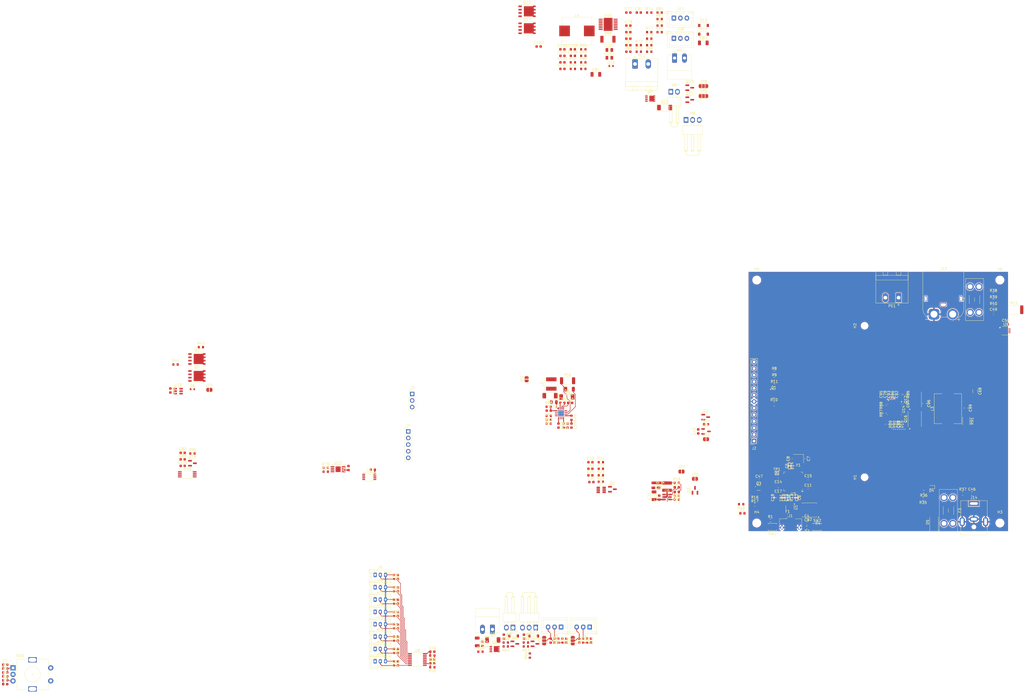
<source format=kicad_pcb>
(kicad_pcb (version 20240108) (generator "pcbnew") (generator_version "8.0")
  (layers (0 "F.Cu" signal) (31 "B.Cu" signal) (34 "B.Paste" user) (35 "F.Paste" user) (36 "B.SilkS" user "B.Silkscreen") (37 "F.SilkS" user "F.Silkscreen") (38 "B.Mask" user) (39 "F.Mask" user) (44 "Edge.Cuts" user))
  (net 0 "")
  (net 1 "/MCU/ENC_A")
  (net 2 "GND")
  (net 3 "/MCU/ENC_B")
  (net 4 "+3.3V")
  (net 5 "+1V1")
  (net 6 "Net-(U3-XIN)")
  (net 7 "Net-(C8-Pad1)")
  (net 8 "+3.3VA")
  (net 9 "/Power/VR_{PRI}")
  (net 10 "/Power/VR_{SEC}")
  (net 11 "Net-(JP2-A)")
  (net 12 "Net-(U6-BOOT)")
  (net 13 "Net-(U6-SW)")
  (net 14 "Net-(C28-Pad1)")
  (net 15 "/Power/5V_FB")
  (net 16 "Net-(JP3-B)")
  (net 17 "Net-(U7-~{PB})")
  (net 18 "Net-(U7-ONT)")
  (net 19 "Net-(U7-PDT)")
  (net 20 "/ADC/CH0")
  (net 21 "/ADC/CH1")
  (net 22 "/ADC/CH2")
  (net 23 "/ADC/CH3")
  (net 24 "/ADC/CH4")
  (net 25 "/ADC/CH5")
  (net 26 "/ADC/CH6")
  (net 27 "/ADC/CH7")
  (net 28 "Net-(U8-VDD)")
  (net 29 "Net-(U8-REF)")
  (net 30 "Net-(C46-Pad1)")
  (net 31 "/VDC_SEN")
  (net 32 "+BATT")
  (net 33 "/BAT_NTC")
  (net 34 "Net-(U11-VCC)")
  (net 35 "/Battery/CHG_VREF")
  (net 36 "Net-(D7-K)")
  (net 37 "Net-(U11-BST)")
  (net 38 "/Battery/CHG_SW")
  (net 39 "Net-(U11-TMR)")
  (net 40 "Net-(C58-Pad1)")
  (net 41 "Net-(C59-Pad1)")
  (net 42 "/Battery/CHG_CS-")
  (net 43 "/Dispenser 1/VCC_FLOW")
  (net 44 "VCC")
  (net 45 "/FLOW_1")
  (net 46 "/Dispenser 1/VCC_PRESS")
  (net 47 "/PRESS_1")
  (net 48 "/Dispenser 2/VCC_FLOW")
  (net 49 "/FLOW_2")
  (net 50 "/Dispenser 2/VCC_PRESS")
  (net 51 "/PRESS_2")
  (net 52 "/Dispenser 1/Driver/RON")
  (net 53 "Net-(U14-VREF)")
  (net 54 "Net-(U14-COMP)")
  (net 55 "/Dispenser 1/Driver/BOOT")
  (net 56 "/Dispenser 1/Driver/SW")
  (net 57 "Net-(D15-A)")
  (net 58 "/Dispenser 1/Driver/OUT-")
  (net 59 "/Dispenser 1/Driver/OUT+")
  (net 60 "/Dispenser 2/Driver/RON")
  (net 61 "Net-(U15-VREF)")
  (net 62 "Net-(U15-COMP)")
  (net 63 "/Dispenser 2/Driver/BOOT")
  (net 64 "/Dispenser 2/Driver/SW")
  (net 65 "Net-(D16-A)")
  (net 66 "/Dispenser 2/Driver/OUT+")
  (net 67 "/Dispenser 2/Driver/OUT-")
  (net 68 "/MCU/DAC_REF")
  (net 69 "Net-(D1-A)")
  (net 70 "VDC")
  (net 71 "+5V")
  (net 72 "VBUS")
  (net 73 "Net-(D4-K)")
  (net 74 "/Battery/STAT")
  (net 75 "/~{DCIN}")
  (net 76 "/Dispenser 1/AP")
  (net 77 "/Dispenser 1/WP")
  (net 78 "/Dispenser 1/FAN")
  (net 79 "/Dispenser 2/AP")
  (net 80 "/Dispenser 2/WP")
  (net 81 "/Dispenser 2/FAN")
  (net 82 "Net-(J1-VBUS)")
  (net 83 "Net-(J13-Pin_2)")
  (net 84 "/Battery/BATT_P")
  (net 85 "Net-(F3-Pad1)")
  (net 86 "Net-(J1-D-)")
  (net 88 "Net-(J1-D+)")
  (net 90 "/MCU/LCD_MOSI")
  (net 91 "/MCU/LCD_DC")
  (net 94 "/MCU/LCD_RSTn")
  (net 95 "/MCU/LCD_CS")
  (net 96 "/MCU/LCD_SCLK")
  (net 97 "/MCU/BL_A")
  (net 98 "/MCU/BL_K")
  (net 100 "/MCU/SWC")
  (net 101 "/MCU/SWD")
  (net 102 "/SCL")
  (net 103 "/SDA")
  (net 104 "Net-(J15-Pin_2)")
  (net 105 "Net-(J16-Pin_2)")
  (net 106 "Net-(J17-Pin_2)")
  (net 107 "Net-(J18-Pin_2)")
  (net 108 "Net-(JP1-A)")
  (net 109 "/Power/5V_EN")
  (net 110 "Net-(JP4-A)")
  (net 111 "/Battery/CHG_CS+")
  (net 112 "/FAN_TACH_1")
  (net 113 "/FAN_TACH_2")
  (net 114 "Net-(Q1-G)")
  (net 115 "Net-(Q2-D)")
  (net 116 "Net-(Q4-G)")
  (net 117 "Net-(Q6-G)")
  (net 118 "Net-(Q7-G)")
  (net 119 "Net-(Q8-G)")
  (net 120 "Net-(Q9-G)")
  (net 121 "Net-(Q10-G)")
  (net 122 "Net-(Q11-G)")
  (net 123 "/Dispenser 1/Driver/HG")
  (net 124 "/Dispenser 1/Driver/LG")
  (net 125 "/Dispenser 2/Driver/HG")
  (net 126 "/Dispenser 2/Driver/LG")
  (net 127 "/MCU/RUN")
  (net 128 "Net-(R2-Pad2)")
  (net 129 "Net-(R3-Pad2)")
  (net 130 "Net-(R4-Pad1)")
  (net 131 "/MCU/QSPI_SS")
  (net 132 "/MCU/LCD_BL")
  (net 133 "/MCU/USB_D+")
  (net 134 "Net-(U3-USB_DP)")
  (net 135 "/MCU/USB_D-")
  (net 136 "Net-(U3-USB_DM)")
  (net 137 "Net-(U3-XOUT)")
  (net 138 "/MCU/GPIO25")
  (net 139 "/~{PB}")
  (net 140 "/~{INT}")
  (net 141 "/~{KILL}")
  (net 142 "/~{ALCC}")
  (net 143 "/~{ACOK}")
  (net 144 "/~{CHGOK}")
  (net 145 "/~{CHG_EN}")
  (net 146 "Net-(U11-COMPV)")
  (net 147 "Net-(U11-COMPI)")
  (net 148 "/TE_EN_1")
  (net 149 "/AP_EN_1")
  (net 150 "Net-(U12-PWM1)")
  (net 151 "Net-(U12-PWM2)")
  (net 152 "/FAN_EN_1")
  (net 153 "/WP_EN_1")
  (net 154 "/TE_EN_2")
  (net 155 "/AP_EN_2")
  (net 156 "/FAN_EN_2")
  (net 157 "/WP_EN_2")
  (net 158 "/Dispenser 1/Driver/VOUT")
  (net 159 "/Dispenser 1/Driver/CS")
  (net 160 "/Dispenser 2/Driver/VOUT")
  (net 161 "/Dispenser 2/Driver/CS")
  (net 162 "Net-(U16-~{LAT}{slash}HVC)")
  (net 163 "/MCU/LCD_MISO")
  (net 164 "/MCU/QSPI_SD0")
  (net 165 "/MCU/QSPI_SCLK")
  (net 166 "/MCU/QSPI_SD2")
  (net 167 "/MCU/QSPI_SD3")
  (net 168 "/MCU/QSPI_SD1")
  (net 171 "/MCU/APEN2")
  (net 172 "/MCU/APEN1")
  (net 173 "/TE_REF_1")
  (net 174 "/TE_REF_2")
  (footprint "Capacitor_SMD:C_0805_2012Metric" (layer "F.Cu") (at 122.07 -53.04)
    (property "Reference" "C107")
    (property "Value" "1u")
  )
  (footprint "Capacitor_SMD:C_0402_1005Metric" (layer "F.Cu") (at 188 116.25 -90)
    (property "Reference" "C19")
    (property "Value" "2.2u")
  )
  (footprint "Capacitor_SMD:C_0603_1608Metric" (layer "F.Cu") (at 234 76.5 90)
    (property "Reference" "C92")
    (property "Value" "100n")
  )
  (footprint "Resistor_SMD:R_0603_1608Metric" (layer "F.Cu") (at 98.75 84.75 180)
    (property "Reference" "R43")
    (property "Value" "10k")
  )
  (footprint "Resistor_SMD:R_0603_1608Metric" (layer "F.Cu") (at 54 177 180)
    (property "Reference" "R33")
    (property "Value" "10")
  )
  (footprint "Jumper:SolderJumper-3_P1.3mm_Open_RoundedPad1.0x1.5mm" (layer "F.Cu") (at 108 171.25 90)
    (property "Reference" "JP7")
    (property "Value" "SolderJumper_3_Open")
  )
  (footprint "Resistor_SMD:R_0603_1608Metric" (layer "F.Cu") (at -110.25 183.5)
    (property "Reference" "R5")
    (property "Value" "Rx")
  )
  (footprint "Resistor_SMD:R_0603_1608Metric" (layer "F.Cu") (at 39.25 170.5 -90)
    (property "Reference" "R30")
    (property "Value" "10k")
  )
  (footprint "Package_TO_SOT_SMD:SOT-23" (layer "F.Cu") (at -38.25 103)
    (property "Reference" "U18")
    (property "Value" "REF3025")
  )
  (footprint "Package_SO:TSSOP-16_4.4x5mm_P0.65mm" (layer "F.Cu") (at 48.25 178.5)
    (property "Reference" "U8")
    (property "Value" "ADS7828")
  )
  (footprint "Resistor_SMD:R_0603_1608Metric" (layer "F.Cu") (at 82.226 173.4875 180)
    (property "Reference" "R64")
    (property "Value" "100k")
  )
  (footprint "Resistor_SMD:R_0603_1608Metric" (layer "F.Cu") (at 39.25 156.25 -90)
    (property "Reference" "R27")
    (property "Value" "10k")
  )
  (footprint "TestPoint:TestPoint_THTPad_1.0x1.0mm_Drill0.5mm" (layer "F.Cu") (at 186.5 106.75)
    (property "Reference" "TP1")
    (property "Value" "IO20")
  )
  (footprint "Capacitor_SMD:C_0603_1608Metric" (layer "F.Cu") (at 104 79.75)
    (property "Reference" "C55")
    (property "Value" "100n")
  )
  (footprint "MountingHole:MountingHole_3.2mm_M3" (layer "F.Cu") (at 272.25 126)
    (property "Reference" "H3")
    (property "Value" "MountingHole")
  )
  (footprint "Resistor_SMD:R_0603_1608Metric" (layer "F.Cu") (at 133.39 -57.8875)
    (property "Reference" "R72")
    (property "Value" "10k")
  )
  (footprint "Resistor_SMD:R_0603_1608Metric" (layer "F.Cu") (at 269.75 43.01)
    (property "Reference" "R40")
    (property "Value" "R")
  )
  (footprint "Resistor_SMD:R_2010_5025Metric" (layer "F.Cu") (at 259.25 86.75 -90)
    (property "Reference" "R91")
    (property "Value" "25m")
  )
  (footprint "Capacitor_SMD:C_0603_1608Metric" (layer "F.Cu") (at 73.25 172.5 -90)
    (property "Reference" "C72")
    (property "Value" "1u")
  )
  (footprint "Resistor_SMD:R_0603_1608Metric" (layer "F.Cu") (at 141.41 -70.4375)
    (property "Reference" "R81")
    (property "Value" "100k")
  )
  (footprint "Capacitor_SMD:C_0603_1608Metric" (layer "F.Cu") (at -42 104)
    (property "Reference" "C108")
    (property "Value" "100n")
  )
  (footprint "Resistor_SMD:R_0603_1608Metric" (layer "F.Cu") (at 118.8 107.625)
    (property "Reference" "R23")
    (property "Value" "10k")
  )
  (footprint "Resistor_SMD:R_0805_2012Metric" (layer "F.Cu") (at 185.4125 80.25)
    (property "Reference" "R10")
    (property "Value" "R")
  )
  (footprint "Resistor_SMD:R_0603_1608Metric" (layer "F.Cu") (at -34.995 58.335)
    (property "Reference" "R42")
    (property "Value" "100K")
  )
  (footprint "Diode_SMD:D_SOD-123" (layer "F.Cu") (at 158.285 -62.1175)
    (property "Reference" "D14")
    (property "Value" "MBR0530")
  )
  (footprint "Resistor_SMD:R_0603_1608Metric" (layer "F.Cu") (at 232.5 76.5 90)
    (property "Reference" "R86")
    (property "Value" "10k")
  )
  (footprint "Inductor_SMD:L_Sunlord_MWSA1004S" (layer "F.Cu") (at 109.6 -63.375)
    (property "Reference" "L4")
    (property "Value" "10u")
  )
  (footprint "Resistor_SMD:R_0603_1608Metric" (layer "F.Cu") (at 141.41 -62.9075)
    (property "Reference" "R84")
    (property "Value" "10")
  )
  (footprint "Resistor_SMD:R_0603_1608Metric" (layer "F.Cu") (at 89.96 171.9875)
    (property "Reference" "R65")
    (property "Value" "10")
  )
  (footprint "Rotary_Encoder:RotaryEncoder_Alps_EC11E-Switch_Vertical_H20mm" (layer "F.Cu") (at -107.25 181.75)
    (property "Reference" "SW3")
    (property "Value" "RotaryEncoder_Switch_MP")
  )
  (footprint "Capacitor_SMD:C_0603_1608Metric" (layer "F.Cu") (at 105.499999 171.25 90)
    (property "Reference" "C64")
    (property "Value" "1n")
  )
  (footprint "Connector_PinHeader_2.54mm:PinHeader_1x05_P2.54mm_Vertical" (layer "F.Cu") (at 44.74 90.7475)
    (property "Reference" "J4")
    (property "Value" "I2C expansion")
  )
  (footprint "Capacitor_SMD:C_0603_1608Metric" (layer "F.Cu") (at 98.75 82.75 180)
    (property "Reference" "C51")
    (property "Value" "1u")
  )
  (footprint "Package_DFN_QFN:DFN-8-1EP_3x3mm_P0.5mm_EP1.65x2.38mm" (layer "F.Cu") (at 274.5 52)
    (property "Reference" "U9")
    (property "Value" "LTC2943")
  )
  (footprint "Diode_SMD:D_SOD-128" (layer "F.Cu") (at 77.25 171)
    (property "Reference" "D9")
    (property "Value" "PMEG3030EP")
  )
  (footprint "Capacitor_SMD:C_0603_1608Metric" (layer "F.Cu") (at 54 175.5)
    (property "Reference" "C44")
    (property "Value" "1u")
  )
  (footprint "Capacitor_SMD:C_0603_1608Metric" (layer "F.Cu") (at 129.38 -60.3975)
    (property "Reference" "C85")
    (property "Value" "1n")
  )
  (footprint "MountingHole:MountingHole_3.2mm_M3" (layer "F.Cu") (at 178.75 126)
    (property "Reference" "H4")
    (property "Value" "MountingHole")
  )
  (footprint "Capacitor_SMD:C_0402_1005Metric" (layer "F.Cu") (at 190 116.25 -90)
    (property "Reference" "C9")
    (property "Value" "2.2u")
  )
  (footprint "Diode_SMD:D_SMA" (layer "F.Cu") (at 246.96 125.6825 90)
    (property "Reference" "D5")
    (property "Value" "SMAJ20A")
  )
  (footprint "Resistor_SMD:R_0603_1608Metric" (layer "F.Cu") (at 137.4 -57.8875)
    (property "Reference" "R79")
    (property "Value" "1.96k")
  )
  (footprint "Resistor_SMD:R_0603_1608Metric" (layer "F.Cu") (at 13 106.25)
    (property "Reference" "R58")
    (property "Value" "100")
  )
  (footprint "Capacitor_SMD:C_0603_1608Metric" (layer "F.Cu") (at 21.75 104.84 90)
    (property "Reference" "C63")
    (property "Value" "100n")
  )
  (footprint "Capacitor_SMD:C_0402_1005Metric" (layer "F.Cu") (at 187 112.6 180)
    (property "Reference" "C17")
    (property "Value" "100n")
  )
  (footprint "Diode_SMD:D_SOD-128" (layer "F.Cu") (at 105.75 77.5)
    (property "Reference" "D8")
    (property "Value" "PMEG3030EP")
  )
  (footprint "Capacitor_SMD:C_0603_1608Metric" (layer "F.Cu") (at 104.03 -56.3)
    (property "Reference" "C100")
    (property "Value" "100n")
  )
  (footprint "Connector_JST:JST_XH_B3B-XH-A_1x03_P2.50mm_Vertical" (layer "F.Cu") (at 146.89 -60.5175)
    (property "Reference" "J18")
    (property "Value" "Conn_01x03")
  )
  (footprint "Capacitor_SMD:C_0603_1608Metric" (layer "F.Cu") (at -110.25 180.5)
    (property "Reference" "C1")
    (property "Value" "100n")
  )
  (footprint "Resistor_SMD:R_0603_1608Metric" (layer "F.Cu") (at 228 83.75 90)
    (property "Reference" "R87")
    (property "Value" "47k")
  )
  (footprint "Resistor_SMD:R_0603_1608Metric" (layer "F.Cu") (at 98.75 87.75)
    (property "Reference" "R47")
    (property "Value" "10k")
  )
  (footprint "Resistor_SMD:R_2010_5025Metric" (layer "F.Cu") (at 121.52 -60.18)
    (property "Reference" "R98")
    (property "Value" "25m")
  )
  (footprint "Package_SO:Vishay_PowerPAK_1212-8_Single" (layer "F.Cu") (at 137.755 -37.3275)
    (property "Reference" "Q9")
    (property "Value" "SiS454DN")
  )
  (footprint "Package_TO_SOT_SMD:SOT-23" (layer "F.Cu") (at 155 113.4 90)
    (property "Reference" "D2")
    (property "Value" "PMEG4005CT")
  )
  (footprint "Button_Switch_SMD:SW_SPST_B3U-1000P" (layer "F.Cu") (at 202 127.5)
    (property "Reference" "SW2")
    (property "Value" "BOOTSEL")
  )
  (footprint "Resistor_SMD:R_0603_1608Metric" (layer "F.Cu") (at 148 110.5)
    (property "Reference" "R18")
    (property "Value" "49.9")
  )
  (footprint "portabeer:Molex_KK-254_1x02_P2.54mm_Horizontal" (layer "F.Cu") (at 85 166.25 180)
    (property "Reference" "M3")
    (property "Value" "Water pump")
  )
  (footprint "Capacitor_SMD:C_0603_1608Metric" (layer "F.Cu") (at 54 178.5 180)
    (property "Reference" "C43")
    (property "Value" "1u")
  )
  (footprint "Jumper:SolderJumper-2_P1.3mm_Open_RoundedPad1.0x1.5mm" (layer "F.Cu") (at 155 109)
    (property "Reference" "JP1")
    (property "Value" "SolderJumper_2_Open")
  )
  (footprint "Resistor_SMD:R_0603_1608Metric" (layer "F.Cu") (at 184 125)
    (property "Reference" "R1")
    (property "Value" "10k")
  )
  (footprint "Resistor_SMD:R_0603_1608Metric" (layer "F.Cu") (at 72.5 175.5)
    (property "Reference" "R60")
    (property "Value" "10")
  )
  (footprint "Capacitor_SMD:C_0603_1608Metric" (layer "F.Cu") (at 104.03 -53.79)
    (property "Reference" "C101")
    (property "Value" "100n")
  )
  (footprint "Resistor_SMD:R_0603_1608Metric" (layer "F.Cu") (at 198 127.75 180)
    (property "Reference" "R7")
    (property "Value" "10k")
  )
  (footprint "Capacitor_SMD:C_0603_1608Metric" (layer "F.Cu") (at 40.75 170.5 90)
    (property "Reference" "C40")
    (property "Value" "100n")
  )
  (footprint "Resistor_SMD:R_0402_1005Metric" (layer "F.Cu") (at 193.5 104 90)
    (property "Reference" "R14")
    (property "Value" "1k")
  )
  (footprint "Resistor_SMD:R_0603_1608Metric" (layer "F.Cu") (at 228 80.75 90)
    (property "Reference" "R88")
    (property "Value" "10k")
  )
  (footprint "Package_SO:TSSOP-8_3x3mm_P0.65mm" (layer "F.Cu") (at 29.75 108.25)
    (property "Reference" "U4")
    (property "Value" "PCA9536DP")
  )
  (footprint "Fuse:Fuse_0603_1608Metric_Pad1.05x0.95mm_HandSolder" (layer "F.Cu") (at 190.625001 123)
    (property "Reference" "F1")
    (property "Value" "Fuse")
  )
  (footprint "Button_Switch_SMD:SW_SPST_B3U-1000P" (layer "F.Cu") (at 184.75 127.5 180)
    (property "Reference" "SW1")
    (property "Value" "RESET")
  )
  (footprint "Diode_SMD:D_SOD-128" (layer "F.Cu") (at 99.25 77 180)
    (property "Reference" "D7")
    (property "Value" "PMEG3030EP")
  )
  (footprint "Capacitor_SMD:C_0603_1608Metric" (layer "F.Cu") (at 148 114 180)
    (property "Reference" "C28")
    (property "Value" "75p")
  )
  (footprint "Capacitor_SMD:C_0805_2012Metric" (layer "F.Cu") (at 122.07 -56.05)
    (property "Reference" "C104")
    (property "Value" "2.2u")
  )
  (footprint "Resistor_SMD:R_0603_1608Metric" (layer "F.Cu") (at 118.8 105.115)
    (property "Reference" "R22")
    (property "Value" "100k")
  )
  (footprint "Inductor_SMD:L_Sunlord_MWSA1004S" (layer "F.Cu") (at 252.25 82 90)
    (property "Reference" "L3")
    (property "Value" "10u")
  )
  (footprint "Capacitor_SMD:C_0603_1608Metric" (layer "F.Cu") (at 108.04 -53.79)
    (property "Reference" "C106")
    (property "Value" "2.2u")
  )
  (footprint "portabeer:Molex_KK-254_1x02_P2.54mm_Horizontal" (layer "F.Cu") (at 145.71 -39.9675)
    (property "Reference" "M6")
    (property "Value" "Water pump")
  )
  (footprint "Capacitor_SMD:C_0603_1608Metric" (layer "F.Cu") (at 104.03 -48.77)
    (property "Reference" "C103")
    (property "Value" "470n")
  )
  (footprint "Resistor_SMD:R_0603_1608Metric" (layer "F.Cu") (at 148 117)
    (property "Reference" "R20")
    (property "Value" "13.3k")
  )
  (footprint "Connector_JST:JST_PH_B3B-PH-K_1x03_P2.00mm_Vertical" (layer "F.Cu") (at 32 160.2)
    (property "Reference" "J8")
    (property "Value" "Conn_01x03")
  )
  (footprint "Capacitor_SMD:C_0603_1608Metric" (layer "F.Cu") (at 198 124.75)
    (property "Reference" "C4")
    (property "Value" "100n")
  )
  (footprint "Capacitor_SMD:C_0603_1608Metric" (layer "F.Cu") (at 129.38 -55.3775)
    (property "Reference" "C90")
    (property "Value" "1u")
  )
  (footprint "Capacitor_SMD:C_0603_1608Metric" (layer "F.Cu") (at 54 180)
    (property "Reference" "C45")
    (property "Value" "100n")
  )
  (footprint "Capacitor_SMD:C_0603_1608Metric" (layer "F.Cu") (at 159.25 88)
    (property "Reference" "C24")
    (property "Value" "1u")
  )
  (footprint "MountingHole:MountingHole_3.2mm_M3" (layer "F.Cu") (at 178.75 32.5)
    (property "Reference" "H5")
    (property "Value" "MountingHole")
  )
  (footprint "Capacitor_SMD:C_1206_3216Metric" (layer "F.Cu") (at 71.25 171.75 -90)
    (property "Reference" "C69")
    (property "Value" "10u")
  )
  (footprint "Resistor_SMD:R_0603_1608Metric" (layer "F.Cu") (at 185.5 70.49)
    (property "Reference" "R9")
    (property "Value" "10")
  )
  (footprint "Resistor_SMD:R_0603_1608Metric" (layer "F.Cu") (at 269.75 40.5)
    (property "Reference" "R39")
    (property "Value" "10k")
  )
  (footprint "Package_TO_SOT_SMD:SOT-23" (layer "F.Cu") (at 123.25 113)
    (property "Reference" "Q2")
    (property "Value" "BSS84")
  )
  (footprint "Connector_JST:JST_PH_B3B-PH-K_1x03_P2.00mm_Vertical" (layer "F.Cu") (at 32 150.7)
    (property "Reference" "J6")
    (property "Value" "Conn_01x03")
  )
  (footprint "Resistor_SMD:R_0603_1608Metric" (layer "F.Cu") (at 39.25 151.5 -90)
    (property "Reference" "R26")
    (property "Value" "10k")
  )
  (footprint "Package_TO_SOT_SMD:SOT-23" (layer "F.Cu") (at 185.25 76.25)
    (property "Reference" "Q1")
    (property "Value" "AO3400A")
  )
  (footprint "Package_SO:SOIC-8_5.23x5.23mm_P1.27mm" (layer "F.Cu") (at 199 121 180)
    (property "Reference" "U2")
    (property "Value" "W25Q128JVS")
  )
  (footprint "Capacitor_SMD:C_0402_1005Metric" (layer "F.Cu") (at 194 116.25 -90)
    (property "Reference" "C6")
    (property "Value" "100n")
  )
  (footprint "Diode_SMD:D_SOD-123" (layer "F.Cu") (at 92.96 169.4875)
    (property "Reference" "D11")
    (property "Value" "MBR0530")
  )
  (footprint "Capacitor_SMD:C_0402_1005Metric" (layer "F.Cu") (at 198.5 109)
    (property "Reference" "C15")
    (property "Value" "100n")
  )
  (footprint "Package_TO_SOT_SMD:SOT-23" (layer "F.Cu") (at 152.99 -41.5125)
    (property "Reference" "Q10")
    (property "Value" "AO3400A")
  )
  (footprint "Resistor_SMD:R_0603_1608Metric" (layer "F.Cu") (at 235.5 76.5 -90)
    (property "Reference" "R85")
    (property "Value" "15k?")
  )
  (footprint "Diode_SMD:D_SOD-523" (layer "F.Cu") (at 245.96 112.182501 180)
    (property "Reference" "D4")
    (property "Value" "3.3V")
  )
  (footprint "Capacitor_SMD:C_0805_2012Metric" (layer "F.Cu") (at 141.000001 111.5 -90)
    (property "Reference" "C29")
    (property "Value" "22u")
  )
  (footprint "portabeer:Molex_KK-254_1x03_P2.54mm_Horizontal" (layer "F.Cu") (at 151.56 -29.125)
    (property "Reference" "M8")
    (property "Value" "Fan_4pin")
  )
  (footprint "Package_TO_SOT_SMD:SOT-23" (layer "F.Cu") (at 93.46 172.4875)
    (property "Reference" "Q7")
    (property "Value" "AO3400A")
  )
  (footprint "Resistor_SMD:R_0603_1608Metric" (layer "F.Cu") (at 141.41 -67.9275)
    (property "Reference" "R82")
    (property "Value" "10")
  )
  (footprint "Resistor_SMD:R_0603_1608Metric" (layer "F.Cu") (at 230.25 88 -90)
    (property "Reference" "R90")
    (property "Value" "470")
  )
  (footprint "Resistor_SMD:R_0603_1608Metric" (layer "F.Cu") (at 98.75 86.25 180)
    (property "Reference" "R44")
    (property "Value" "10k")
  )
  (footprint "Diode_SMD:D_SOD-123" (layer "F.Cu") (at 85.226 169.4875)
    (property "Reference" "D10")
    (property "Value" "MBR0530")
  )
  (footprint "Capacitor_SMD:C_0603_1608Metric" (layer "F.Cu") (at 129.38 -57.8875)
    (property "Reference" "C87")
    (property "Value" "1u")
  )
  (footprint "Capacitor_SMD:C_0603_1608Metric" (layer "F.Cu") (at -46.75 75 -90)
    (property "Reference" "C48")
    (property "Value" "100n")
  )
  (footprint "Capacitor_SMD:C_1206_3216Metric" (layer "F.Cu") (at 262.75 75.25 -90)
    (property "Reference" "C68")
    (property "Value" "10u")
  )
  (footprint "Resistor_SMD:R_0603_1608Metric" (layer "F.Cu") (at 102.5 171.25 90)
    (property "Reference" "R56")
    (property "Value" "1k")
  )
  (footprint "Package_SO:PowerPAK_SO-8_Single" (layer "F.Cu") (at 90.41 -64.375)
    (property "Reference" "Q17")
    (property "Value" "Si7336ADP")
  )
  (footprint "Capacitor_SMD:C_0402_1005Metric" (layer "F.Cu") (at 189 116.25 -90)
    (property "Reference" "C10")
    (property "Value" "2.2u")
  )
  (footprint "Jumper:SolderJumper-3_P1.3mm_Open_RoundedPad1.0x1.5mm" (layer "F.Cu") (at 97 171.25 90)
    (property "Reference" "JP6")
    (property "Value" "SolderJumper_3_Open")
  )
  (footprint "portabeer:Molex_KK-254_1x03_P2.54mm_Horizontal" (layer "F.Cu") (at 93.75 166.25 180)
    (property "Reference" "M7")
    (property "Value" "Fan_4pin")
  )
  (footprint "Package_TO_SOT_SMD:SOT-23" (layer "F.Cu") (at 159.12 85.25)
    (property "Reference" "D3")
    (property "Value" "PMEG4005CT")
  )
  (footprint "Connector_JST:JST_XH_B3B-XH-A_1x03_P2.50mm_Vertical" (layer "F.Cu") (at 103.5 166.025 180)
    (property "Reference" "J15")
    (property "Value" "Conn_01x03")
  )
  (footprint "Capacitor_SMD:C_0603_1608Metric" (layer "F.Cu") (at 108.04 -56.3)
    (property "Reference" "C105")
    (property "Value" "220n")
  )
  (footprint "Connector_JST:JST_PH_B3B-PH-K_1x03_P2.00mm_Vertical" (layer "F.Cu") (at 32 145.95)
    (property "Reference" "J5")
    (property "Value" "Conn_01x03")
  )
  (footprint "Connector_JST:JST_PH_B3B-PH-K_1x03_P2.00mm_Vertical" (layer "F.Cu") (at 32 169.7)
    (property "Reference" "J10")
    (property "Value" "Conn_01x03")
  )
  (footprint "Resistor_SMD:R_0603_1608Metric" (layer "F.Cu") (at 108.04 -51.28)
    (property "Reference" "R92")
    (property "Value" "15k?")
  )
  (footprint "Capacitor_SMD:C_0603_1608Metric" (layer "F.Cu") (at 114.79 107.625)
    (property "Reference" "C34")
    (property "Value" "C")
  )
  (footprint "Diode_SMD:D_SOD-128" (layer "F.Cu") (at 143.35 -33.875)
    (property "Reference" "D12")
    (property "Value" "PMEG3030EP")
  )
  (footprint "Package_TO_SOT_SMD:SOT-23-3" (layer "F.Cu") (at 159.25 90.75)
    (property "Reference" "U5")
    (property "Value" "XC6206PxxxMR")
  )
  (footprint "Capacitor_SMD:C_0402_1005Metric" (layer "F.Cu") (at 198.5 112.6)
    (property "Reference" "C11")
    (property "Value" "100n")
  )
  (footprint "Capacitor_SMD:C_0603_1608Metric" (layer "F.Cu") (at 40.75 180 90)
    (property "Reference" "C42")
    (property "Value" "100n")
  )
  (footprint "Capacitor_SMD:C_0805_2012Metric" (layer "F.Cu") (at 139 111.5 -90)
    (property "Reference" "C30")
    (property "Value" "22u")
  )
  (footprint "Capacitor_SMD:C_0603_1608Metric" (layer "F.Cu") (at 231 76.5 90)
    (property "Reference" "C93")
    (property "Value" "100n")
  )
  (footprint "Capacitor_SMD:C_0805_2012Metric" (layer "F.Cu") (at 243.25 80 -90)
    (property "Reference" "C96")
    (property "Value" "2.2u")
  )
  (footprint "Resistor_SMD:R_0603_1608Metric" (layer "F.Cu") (at 137.4 -60.3975)
    (property "Reference" "R78")
    (property "Value" "1k")
  )
  (footprint "Capacitor_SMD:C_0603_1608Metric" (layer "F.Cu") (at 107 79.75)
    (property "Reference" "C56")
    (property "Value" "100n")
  )
  (footprint "Capacitor_SMD:C_0603_1608Metric" (layer "F.Cu") (at 229.5 76.5 90)
    (property "Reference" "C78")
    (property "Value" "10n")
  )
  (footprint "Resistor_SMD:R_0603_1608Metric" (layer "F.Cu") (at 137.4 -70.4375)
    (property "Reference" "R74")
    (property "Value" "1.96k")
  )
  (footprint "Resistor_SMD:R_0603_1608Metric" (layer "F.Cu") (at 118.8 102.605)
    (property "Reference" "R21")
    (property "Value" "1k")
  )
  (footprint "Capacitor_SMD:C_0603_1608Metric" (layer "F.Cu") (at 40.75 161 90)
    (property "Reference" "C38")
    (property "Value" "100n")
  )
  (footprint "Diode_SMD:D_SOD-523" (layer "F.Cu") (at 122.765 -49.86)
    (property "Reference" "D16")
    (property "Value" "MBR0530")
  )
  (footprint "Connector_Phoenix_MSTB:PhoenixContact_MSTBA_2,5_2-G-5,08_1x02_P5.08mm_Horizontal" (layer "F.Cu") (at 131.94 -50.6525)
    (property "Reference" "PE2")
    (property "Value" "PeltierElement")
  )
  (footprint "Resistor_SMD:R_0402_1005Metric" (layer "F.Cu") (at 191 116.25 -90)
    (property "Reference" "R13")
    (property "Value" "27")
  )
  (footprint "Capacitor_SMD:C_0603_1608Metric" (layer "F.Cu") (at 102.5 88.5 -90)
    (property "Reference" "C52")
    (property "Value" "1u")
  )
  (footprint "Resistor_SMD:R_0603_1608Metric" (layer "F.Cu") (at 91.5 177 90)
    (property "Reference" "R66")
    (property "Value" "10k")
  )
  (footprint "Capacitor_SMD:C_0603_1608Metric" (layer "F.Cu") (at 129.38 -62.9075)
    (property "Reference" "C80")
    (property "Value" "C")
  )
  (footprint "Diode_SMD:D_SOD-523" (layer "F.Cu") (at 233.25 88 -90)
    (property "Reference" "D15")
    (property "Value" "MBR0530")
  )
  (footprint "Capacitor_SMD:C_0603_1608Metric" (layer "F.Cu") (at 107.5 88.5 -90)
    (property "Reference" "C59")
    (property "Value" "2.2n")
  )
  (footprint "Resistor_SMD:R_0603_1608Metric" (layer "F.Cu") (at 39.25 161 -90)
    (property "Reference" "R28")
    (property "Value" "10k")
  )
  (footprint "Resistor_SMD:R_0603_1608Metric" (layer "F.Cu") (at 141.41 -65.4175)
    (property "Reference" "R83")
    (property "Value" "10k")
  )
  (footprint "Diode_SMD:D_SOD-523" (layer "F.Cu") (at -38.25 74.5)
    (property "Reference" "D6")
    (property "Value" "1N4148WT")
  )
  (footprint "Resistor_SMD:R_0603_1608Metric" (layer "F.Cu") (at 112.05 -53.79)
    (property "Reference" "R95")
    (property "Value" "10k")
  )
  (footprint "Capacitor_SMD:C_0603_1608Metric" (layer "F.Cu") (at 81.476 169.7375 -90)
    (property "Reference" "C75")
    (property "Value" "1u")
  )
  (footprint "Resistor_SMD:R_0603_1608Metric" (layer "F.Cu") (at 148 115.5 180)
    (property "Reference" "R19")
    (property "Value" "100k")
  )
  (footprint "Resistor_SMD:R_0603_1608Metric" (layer "F.Cu") (at 242.96 113.9325 180)
    (property "Reference" "R36")
    (property "Value" "10k")
  )
  (footprint "Jumper:SolderJumper-2_P1.3mm_Open_RoundedPad1.0x1.5mm" (layer "F.Cu") (at 149.8 106.2)
    (property "Reference" "JP3")
    (property "Value" "SolderJumper_2_Open")
  )
  (footprint "Resistor_SMD:R_0603_1608Metric" (layer "F.Cu") (at 89.96 173.4875 180)
    (property "Reference" "R63")
    (property "Value" "100k")
  )
  (footprint "Resistor_SMD:R_2010_5025Metric" (layer "F.Cu") (at 106 71.25)
    (property "Reference" "R50")
    (property "Value" "100m")
  )
  (footprint "Package_TO_SOT_SMD:SOT-523" (layer "F.Cu") (at 179.5 112.5)
    (property "Reference" "Q3")
    (property "Value" "BSS138")
  )
  (footprint "Resistor_SMD:R_0603_1608Metric" (layer "F.Cu") (at -110.25 182)
    (property "Reference" "R2")
    (property "Value" "10Rx")
  )
  (footprint "Resistor_SMD:R_0603_1608Metric" (layer "F.Cu") (at 178 117.5)
    (property "Reference" "R16")
    (property "Value" "3.3k")
  )
  (footprint "Connector_USB:USB_Micro-B_Amphenol_10118193-0001LF_Horizontal" (layer "F.Cu") (at 191.75 127.75)
    (property "Reference" "J1")
    (property "Value" "USB_B_Micro")
  )
  (footprint "Capacitor_SMD:C_0603_1608Metric" (layer "F.Cu") (at 198 126.25)
    (property "Reference" "C3")
    (property "Value" "2.2u")
  )
  (footprint "Capacitor_SMD:C_0805_2012Metric" (layer "F.Cu") (at 261.460001 114.6825)
    (property "Reference" "C46")
    (property "Value" "2.2u")
  )
  (footprint "Package_TO_SOT_SMD:TSOT-23-8" (layer "F.Cu") (at 118.9375 113.25)
    (property "Reference" "U7")
    (property "Value" "LTC2954-1")
  )
  (footprint "Capacitor_SMD:C_0603_1608Metric" (layer "F.Cu") (at 94.875 -57.375)
    (property "Reference" "C109")
    (property "Value" "10n")
  )
  (footprint "Resistor_SMD:R_0603_1608Metric" (layer "F.Cu") (at -44.75 65)
    (property "Reference" "R45")
    (property "Value" "10k")
  )
  (footprint "Resistor_SMD:R_0603_1608Metric" (layer "F.Cu") (at 118.8 110.135)
    (property "Reference" "R24")
    (property "Value" "10k")
  )
  (footprint "Resistor_SMD:R_0603_1608Metric" (layer "F.Cu") (at 242.71 116.6825 180)
    (property "Reference" "R35")
    (property "Value" "51k")
  )
  (footprint "Capacitor_SMD:C_0402_1005Metric" (layer "F.Cu") (at 192 101.25 90)
    (property "Reference" "C8")
    (property "Value" "15p")
  )
  (footprint "Capacitor_SMD:C_0603_1608Metric" (layer "F.Cu") (at 115.1625 110.25)
    (property "Reference" "C31")
    (property "Value" "100n")
  )
  (footprint "Package_SO:HTSSOP-14-1EP_4.4x5mm_P0.65mm_EP3.4x5mm_Mask3x3.1mm" (layer "F.Cu") (at 121.6 -65.895)
    (property "Reference" "U15")
    (property "Value" "TPS92640PWP/NOPB")
  )
  (footprint "Package_TO_SOT_SMD:TSOT-23-6" (layer "F.Cu") (at -43.75 75.25)
    (property "Reference" "U10")
    (property "Value" "LTC4412xS6")
  )
  (footprint "Connector_AMASS:AMASS_XT60IPW-M_1x03_P7.20mm_Horizontal" (layer "F.Cu") (at 246.9 45.65)
    (property "Reference" "J13")
    (property "Value" "XT60IPW")
  )
  (footprint "Resistor_SMD:R_0603_1608Metric" (layer "F.Cu") (at -110.25 186.5)
    (property "Reference" "R3")
    (property "Value" "10Rx")
  )
  (footprint "Connector_Phoenix_MC:PhoenixContact_MC_1,5_2-G-3.81_1x02_P3.81mm_Horizontal" (layer "F.Cu") (at 147.15 -52.9325)
    (property "Reference" "M4")
    (property "Value" "Air pump")
  )
  (footprint "Capacitor_SMD:C_0603_1608Metric" (layer "F.Cu") (at 115 171.25 90)
    (property "Reference" "C70")
    (property "Value" "1n")
  )
  (footprint "Resistor_SMD:R_0603_1608Metric" (layer "F.Cu") (at 39.25 146.75 -90)
    (property "Reference" "R25")
    (property "Value" "10k")
  )
  (footprint "MountingHole:MountingHole_3.2mm_M3" (layer "F.Cu") (at 272.25 32.5)
    (property "Reference" "H6")
    (property "Value" "MountingHole")
  )
  (footprint "Connector_Phoenix_MSTB:PhoenixContact_MSTBA_2,5_2-G-5,08_1x02_P5.08mm_Horizontal" (layer "F.Cu") (at 233.29 39.2775 180)
    (property "Reference" "PE1")
    (property "Value" "PeltierElement")
  )
  (footprint "Package_SO:PowerPAK_SO-8_Single" (layer "F.Cu") (at -36.545 62.865)
    (property "Reference" "Q4")
    (property "Value" "Si7145DP")
  )
  (footprint "Capacitor_SMD:C_0603_1608Metric" (layer "F.Cu") (at 133.39 -70.4375)
    (property "Reference" "C91")
    (property "Value" "1u")
  )
  (footprint "Resistor_SMD:R_0603_1608Metric" (layer "F.Cu") (at 112 171.25 90)
    (property "Reference" "R61")
    (property "Value" "1k")
  )
  (footprint "Capacitor_SMD:C_0402_1005Metric" (layer "F.Cu") (at 187 109 180)
    (property "Reference" "C14")
    (property "Value" "100n")
  )
  (footprint "Resistor_SMD:R_0603_1608Metric" (layer "F.Cu") (at -38.25 99.25)
    (property "Reference" "R99")
    (property "Value" "1k")
  )
  (footprint "Package_DFN_QFN:QFN-16-1EP_4x4mm_P0.65mm_EP2.15x2.15mm_ThermalVias" (layer "F.Cu") (at 103.5 83.75)
    (property "Reference" "U11")
    (property "Value" "MP26124")
  )
  (footprint "Resistor_SMD:R_0603_1608Metric" (layer "F.Cu") (at 104 171.25 -90)
    (property "Reference" "R57")
    (property "Value" "1.96k")
  )
  (footprint "Resistor_SMD:R_0603_1608Metric" (layer "F.Cu") (at 101 171.25 -90)
    (property "Reference" "R55")
    (property "Value" "10k")
  )
  (footprint "Capacitor_SMD:C_0402_1005Metric" (layer "F.Cu") (at 197.5 101.25 -90)
    (property "Reference" "C7")
    (property "Value" "15p")
  )
  (footprint "Resistor_SMD:R_0603_1608Metric" (layer "F.Cu") (at 137.4 -62.9075)
    (property "Reference" "R77")
    (property "Value" "10")
  )
  (footprint "Package_SO:PowerPAK_SO-8_Single" (layer "F.Cu") (at -36.545 69.415)
    (property "Reference" "Q5")
    (property "Value" "Si7145DP")
  )
  (footprint "Resistor_SMD:R_2512_6332Metric" (layer "F.Cu") (at 277.69 43.9275)
    (property "Reference" "R41")
    (property "Value" "R")
  )
  (footprint "Resistor_SMD:R_0603_1608Metric" (layer "F.Cu") (at -110.25 185)
    (property "Reference" "R6")
    (property "Value" "Rx")
  )
  (footprint "Package_SO:PowerPAK_SO-8_Single" (layer "F.Cu") (at 90.41 -70.925)
    (property "Reference" "Q13")
    (property "Value" "Si7336ADP")
  )
  (footprint "Package_SO:Vishay_PowerPAK_1212-8_Single" (layer "F.Cu") (at 77.9425 174.5)
    (property "Reference" "Q6")
    (property "Value" "SiS454DN")
  )
  (footprint "Capacitor_SMD:C_0603_1608Metric" (layer "F.Cu") (at 148 112.25)
    (property "Reference" "C26")
    (property "Value" "100n")
  )
  (footprint "Resistor_SMD:R_0603_1608Metric" (layer "F.Cu") (at 107.5 85.5 -90)
    (property "Reference" "R49")
    (property "Value" "750")
  )
  (footprint "Inductor_SMD:L_0402_1005Metric" (layer "F.Cu") (at 187 116.25 -90)
    (property "Reference" "FB1")
    (property "Value" "FerriteBead")
  )
  (footprint "Capacitor_SMD:C_1206_3216Metric" (layer "F.Cu") (at 106.75 74.5 180)
    (property "Reference" "C61")
    (property "Value" "10u")
  )
  (footprint "Connector_PinHeader_2.54mm:PinHeader_1x03_P2.54mm_Vertical" (layer "F.Cu") (at 46.24 76.3175)
    (property "Reference" "J3")
    (property "Value" "Conn_01x03")
  )
  (footprint "Capacitor_SMD:C_0402_1005Metric" (layer "F.Cu") (at 192.5 104 90)
    (property "Reference" "C13")
    (property "Value" "100n")
  )
  (footprint "LED_SMD:LED_0603_1608Metric" (layer "F.Cu") (at 173.25 122.25)
    (property "Reference" "D1")
    (property "Value" "LED")
  )
  (footprint "Capacitor_SMD:C_0402_1005Metric" (layer "F.Cu") (at 191.5 104 90)
    (property "Reference" "C5")
    (property "Value" "100n")
  )
  (footprint "Resistor_SMD:R_0603_1608Metric" (layer "F.Cu") (at 113.5 171.25 -90)
    (property "Reference" "R62")
    (property "Value" "1.96k")
  )
  (footprint "Connector_BarrelJack:BarrelJack_CUI_PJ-063AH_Horizontal" (layer "F.Cu") (at 262.25 118.5)
    (property "Reference" "J14")
    (property "Value" "Barrel_Jack_MountingPin")
  )
  (footprint "Resistor_SMD:R_0603_1608Metric" (layer "F.Cu") (at 228.75 88 -90)
    (property "Reference" "R89")
    (property "Value" "Roff")
  )
  (footprint "Package_DFN_QFN:QFN-56-1EP_7x7mm_P0.4mm_EP3.2x3.2mm" (layer "F.Cu") (at 192.75 110 180)
    (property "Reference" "U3")
    (property "Value" "RP2040")
  )
  (footprint "Inductor_SMD:L_Taiyo-Yuden_NR-50xx" (layer "F.Cu") (at 99.75 72.5 90)
    (property "Reference" "L2")
    (property "Value" "4.7u")
  )
  (footprint "Package_SO:TSSOP-8_4.4x3mm_P0.65mm" (layer "F.Cu") (at -40.25 107.25)
    (property "Reference" "U16")
    (property "Value" "MCP47FEB12")
  )
  (footprint "Connector_JST:JST_XH_B3B-XH-A_1x03_P2.50mm_Vertical" (layer "F.Cu") (at 114.5 166.025 180)
    (property "Reference" "J16")
    (property "Value" "Conn_01x03")
  )
  (footprint "Resistor_SMD:R_0603_1608Metric" (layer "F.Cu") (at 39.25 180 -90)
    (property "Reference" "R32")
    (property "Value" "10k")
  )
  (footprint "Capacitor_SMD:C_0603_1608Metric" (layer "F.Cu") (at 231.75 88 -90)
    (property "Reference" "C98")
    (property "Value" "2.2u")
  )
  (footprint "Package_SO:MSOP-8-1EP_3x3mm_P0.65mm_EP1.95x2.15mm" (layer "F.Cu") (at 17.76 105.29)
    (property "Reference" "U12")
    (property "Value" "GBI7254MMAR")
  )
  (footprint "Capacitor_SMD:C_0603_1608Metric" (layer "F.Cu") (at 274.5 49.5)
    (property "Reference" "C50")
    (property "Value" "1u")
  )
  (footprint "Capacitor_SMD:C_1206_3216Metric" (layer "F.Cu") (at 139.25 115.5 90)
    (property "Reference" "C21")
    (property "Value" "10u")
  )
  (footprint "Connector_Phoenix_MC:PhoenixContact_MC_1,5_2-G-3.81_1x02_P3.81mm_Horizontal" (layer "F.Cu") (at 77.1 166.9325 180)
    (property "Reference" "M1")
    (property "Value" "Air pump")
  )
  (footprint "Resistor_SMD:R_0603_1608Metric" (layer "F.Cu") (at 82.226 171.9875)
    (property "Reference" "R67")
    (property "Value" "10")
  )
  (footprint "Resistor_SMD:R_0603_1608Metric" (layer "F.Cu") (at 185.5 67.98)
    (property "Reference" "R8")
    (property "Value" "10k")
  )
  (footprint "Capacitor_SMD:C_0603_1608Metric" (layer "F.Cu") (at 40.75 146.75 90)
    (property "Reference" "C35")
    (property "Value" "100n")
  )
  (footprint "Package_TO_SOT_SMD:SOT-23" (layer "F.Cu") (at 152.99 -36.8875)
    (property "Reference" "Q11")
    (property "Value" "AO3400A")
  )
  (footprint "Capacitor_SMD:C_0603_1608Metric" (layer "F.Cu") (at 31.125 105.5 180)
    (property "Reference" "C16")
    (property "Value" "100n")
  )
  (footprint "Package_TO_SOT_SMD:SOT-23-6" (layer "F.Cu") (at 191.5 120 -90)
    (property "Reference" "U1")
    (property "Value" "USBLC6-2SC6")
  )
  (footprint "portabeer:GMG12864-06D" (layer "F.Cu") (at 177.725 94.475 180)
    (property "Reference" "J2")
    (property "Value" "GMG12864-06D")
  )
  (footprint "Capacitor_SMD:C_0603_1608Metric" (layer "F.Cu") (at 110.5 171.25 -90)
    (property "Reference" "C65")
    (property "Value" "C")
  )
  (footprint "Resistor_SMD:R_0603_1608Metric" (layer "F.Cu") (at 54 181.5 180)
    (property "Reference" "R34")
    (property "Value" "10")
  )
  (footprint "Capacitor_SMD:C_0603_1608Metric" (layer "F.Cu") (at 228 76.5 90)
    (property "Reference" "C95")
    (property "Value" "470n")
  )
  (footprint "Capacitor_SMD:C_0603_1608Metric" (layer "F.Cu") (at 156.25 90.75 90)
    (property "Reference" "C25")
    (property "Value" "1u")
  )
  (footprint "Capacitor_SMD:C_0603_1608Metric" (layer "F.Cu") (at 129.38 -65.4175)
    (property "Reference" "C79")
    (property "Value" "1n")
  )
  (footprint "Resistor_SMD:R_0603_1608Metric" (layer "F.Cu") (at 98.75 81.25)
    (property "Reference" "R46")
    (property "Value" "10")
  )
  (footprint "Capacitor_SMD:C_0603_1608Metric" (layer "F.Cu") (at 141.25 116.225 90)
    (property "Reference" "C23")
    (property "Value" "100n")
  )
  (footprint "Crystal:Crystal_SMD_3225-4Pin_3.2x2.5mm" (layer "F.Cu") (at 194.75 101.25 180)
    (property "Reference" "Y1")
    (property "Value" "Crystal_GND24")
  )
  (footprint "Capacitor_SMD:C_0603_1608Metric" (layer "F.Cu") (at 104.03 -51.28)
    (property "Reference" "C102")
    (property "Value" "1u")
  )
  (footprint "Package_TO_SOT_SMD:SOT-23-6" (layer "F.Cu") (at 144.25 116)
    (property "Reference" "U6")
    (property "Value" "TPS54202DDC")
  )
  (footprint "Resistor_SMD:R_0603_1608Metric" (layer "F.Cu") (at 178 119)
    (property "Reference" "R17")
    (property "Value" "3.3k")
  )
  (footprint "Capacitor_SMD:C_0603_1608Metric" (layer "F.Cu") (at 114.79 105.115)
    (property "Reference" "C33")
    (property "Value" "C")
  )
  (footprint "Capacitor_SMD:C_0603_1608Metric" (layer "F.Cu") (at 114.79 102.605)
    (property "Reference" "C32")
    (property "Value" "100n")
  )
  (footprint "Connector_JST:JST_PH_B3B-PH-K_1x03_P2.00mm_Vertical" (layer "F.Cu") (at 32 155.45)
    (property "Reference" "J7")
    (property "Value" "Conn_01x03")
  )
  (footprint "Jumper:SolderJumper-2_P1.3mm_Open_RoundedPad1.0x1.5mm" (layer "F.Cu") (at 159.25 93.75)
    (property "Reference" "JP2")
    (property "Value" "SolderJumper_2_Open")
  )
  (footprint "Resistor_SMD:R_0603_1608Metric" (layer "F.Cu") (at 202.25 124.75 180)
    (property "Reference" "R4")
    (property "Value" "1k")
  )
  (footprint "Capacitor_SMD:C_0603_1608Metric" (layer "F.Cu") (at 40.75 156.25 90)
    (property "Reference" "C37")
    (property "Value" "100n")
  )
  (footprint "Package_SO:PowerPAK_SO-8_Single" (layer "F.Cu") (at 239.5 85.94 90)
    (property "Reference" "Q16")
    (property "Value" "Si7336ADP")
  )
  (footprint "Resistor_SMD:R_0603_1608Metric" (layer "F.Cu") (at 108.04 -48.77)
    (property "Reference" "R93")
    (property "Value" "10k")
  )
  (footprint "Resistor_SMD:R_0603_1608Metric" (layer "F.Cu") (at 269.75 37.99)
    (property "Reference" "R38")
    (property "Value" "10k")
  )
  (footprint "Package_SO:HTSSOP-14-1EP_4.4x5mm_P0.65mm_EP3.4x5mm_Mask3x3.1mm" (layer "F.Cu") (at 231.75 82.25 -90)
    (property "Reference" "U14")
    (property "Value" "TPS92640PWP/NOPB")
  )
  (footprint "Capacitor_SMD:C_0805_2012Metric" (layer "F.Cu") (at 100.75 79.5 180)
    (property "Reference" "C53")
    (property "Value" "4.7u")
  )
  (footprint "Capacitor_SMD:C_0603_1608Metric" (layer "F.Cu") (at 106 88.5 90)
    (property "Reference" "C58")
    (property "Value" "2.2n")
  )
  (footprint "Connector_JST:JST_PH_B3B-PH-K_1x03_P2.00mm_Vertical" (layer "F.Cu") (at 32 164.95)
    (property "Reference" "J9")
    (property "Value" "Conn_01x03")
  )
  (footprint "Resistor_SMD:R_0603_1608Metric" (layer "F.Cu") (at 39.25 165.75 -90)
    (property "Reference" "R29")
    (property "Value" "10k")
  )
  (footprint "Jumper:SolderJumper-3_P1.3mm_Open_RoundedPad1.0x1.5mm" (layer "F.Cu") (at 158.26 -38.3025)
    (property "Reference" "JP9")
    (property "Value" "SolderJumper_3_Open")
  )
  (footprint "Capacitor_SMD:C_0603_1608Metric" (layer "F.Cu") (at -110.25 188)
    (property "Reference" "C2")
    (property "Value" "100n")
  )
  (footprint "Resistor_SMD:R_0603_1608Metric" (layer "F.Cu") (at 137.4 -55.3775)
    (property "Reference" "R80")
    (property "Value" "100k")
  )
  (footprint "Connector_JST:JST_PH_B3B-PH-K_1x03_P2.00mm_Vertical" (layer "F.Cu") (at 32 179.2)
    (property "Reference" "J12")
    (property "Value" "Conn_01x03")
  )
  (footprint "Resistor_SMD:R_0402_1005Metric" (layer "F.Cu") (at 192 116.25 90)
    (property "Reference" "R12")
    (property "Value" "27")
  )
  (footprint "Resistor_SMD:R_0603_1608Metric" (layer "F.Cu") (at 112.05 -48.77)
    (property "Reference" "R97")
    (property "Value" "470")
  )
  (footprint "Capacitor_SMD:C_0402_1005Metric" (layer "F.Cu") (at 193 116.25 -90)
    (property "Reference" "C12")
    (property "Value" "100n")
  )
  (footprint "Resistor_SMD:R_0603_1608Metric" (layer "F.Cu") (at 112.05 -56.3)
    (property "Reference" "R94")
    (property "Value" "47k")
  )
  (footprint "MountingHole:MountingHole_2.7mm_M2.5" (layer "F.Cu") (at 220.225 108.385001 90)
    (property "Reference" "H1")
    (property "Value" "MountingHole")
  )
  (footprint "Capacitor_SMD:C_0603_1608Metric" (layer "F.Cu") (at 40.75 151.5 90)
    (property "Reference" "C36")
    (property "Value" "100n")
  )
  (footprint "Package_SO:PowerPAK_SO-8_Single" (layer "F.Cu") (at 239.5 78.44 90)
    (property "Reference" "Q12")
    (property "Value" "Si7336ADP")
  )
  (footprint "Resistor_SMD:R_0603_1608Metric" (layer "F.Cu") (at 133.39 -55.3775)
    (property "Reference" "R73")
    (property "Value" "1k")
  )
  (footprint "Jumper:SolderJumper-3_P1.3mm_Open_RoundedPad1.0x1.5mm" (layer "F.Cu") (at 158.26 -42.1375)
    (property "Reference" "JP8")
    (property "Value" "SolderJumper_3_Open")
  )
  (footprint "Capacitor_SMD:C_0603_1608Metric" (layer "F.Cu") (at 99.5 171.25 -90)
    (property "Reference" "C62")
    (property "Value" "C")
  )
  (footprint "Capacitor_SMD:C_0603_1608Metric" (layer "F.Cu") (at 40.75 165.75 90)
    (property "Reference" "C39")
    (property "Value" "100n")
  )
  (footprint "Resistor_SMD:R_0603_1608Metric" (layer "F.Cu") (at 172.75 118.75 180)
    (property "Reference" "R15")
    (property "Value" "1k")
  )
  (footprint "Resistor_SMD:R_0603_1608Metric" (layer "F.Cu") (at 112.05 -51.28)
    (property "Reference" "R96")
    (property "Value" "Roff")
  )
  (footprint "Capacitor_SMD:C_0603_1608Metric" (layer "F.Cu") (at 89.21 169.7375 -90)
    (property "Reference" "C76")
    (property "Value" "1u")
  )
  (footprint "MountingHole:MountingHole_2.7mm_M2.5" (layer "F.Cu") (at 220.225 50.085 90)
    (property "Reference" "H2")
    (property "Value" "MountingHole")
  )
  (footprint "Capacitor_SMD:C_0402_1005Metric" (layer "F.Cu") (at 186 116.25 90)
    (property "Reference" "C18")
    (property "Value" "2.2u")
  )
  (footprint "Jumper:SolderJumper-2_P1.3mm_Open_RoundedPad1.0x1.5mm" (layer "F.Cu") (at -31.75 74.75)
    (property "Reference" "JP4")
    (property "Value" "SolderJumper_2_Open")
  )
  (footprint "Connector_JST:JST_PH_B3B-PH-K_1x03_P2.00mm_Vertical" (layer "F.Cu") (at 32 174.45)
    (property "Reference" "J11")
    (property "Value" "Conn_01x03")
  )
  (footprint "Inductor_SMD:L_Taiyo-Yuden_NR-40xx" (layer "F.Cu") (at 144.25 112 90)
    (property "Reference" "L1")
    (property "Value" "22u")
  )
  (footprint "Capacitor_SMD:C_1206_3216Metric" (layer "F.Cu") (at 158.19 -58.7675)
    (property "Reference" "C84")
    (property "Value" "10u")
  )
  (footprint "Resistor_SMD:R_0805_2012Metric" (layer "F.Cu") (at 257.96 114.6825)
    (property "Reference" "R37")
    (property "Value" "2.2")
  )
  (footprint "Resistor_SMD:R_0603_1608Metric" (layer "F.Cu") (at 185.5 73)
    (property "Reference" "R11")
    (property "Value" "10k")
  )
  (footprint "Capacitor_SMD:C_0603_1608Metric" (layer "F.Cu") (at -42 101.49)
    (property "Reference" "C86")
    (property "Value" "100n")
  )
  (footprint "Capacitor_SMD:C_0603_1608Metric" (layer "F.Cu") (at 129.38 -70.4375)
    (property "Reference" "C77")
    (property "Value" "C")
  )
  (footprint "Resistor_SMD:R_0603_1608Metric" (layer "F.Cu") (at 39.25 175.25 -90)
    (property "Reference" "R31")
    (property "Value" "10k")
  )
  (footprint "Resistor_SMD:R_0603_1608Metric" (layer "F.Cu") (at 13 104.75)
    (property "Reference" "R75")
    (property "Value" "100")
  )
  (footprint "Jumper:SolderJumper-2_P1.3mm_Open_RoundedPad1.0x1.5mm" (layer "F.Cu") (at 90.25 70.649999 90)
    (property "Reference" "JP5")
    (property "Value" "SolderJumper_2_Open")
  )
  (footprint "Capacitor_SMD:C_0603_1608Metric" (layer "F.Cu") (at 179.635 109.47)
    (property "Reference" "C47")
    (property "Value" "10n")
  )
  (footprint "Fuse:Fuseholder_Blade_Mini_Keystone_3568" (layer "F.Cu") (at 254.160001 116.2225 -90)
    (property "Reference" "F3")
    (property "Value" "15A")
  )
  (footprint "Capacitor_SMD:C_0805_2012Metric" (layer "F.Cu") (at 259.25 81.75 -90)
    (property "Reference" "C99")
    (property "Value" "1u")
  )
  (footprint "Capacitor_SMD:C_1206_3216Metric" (layer "F.Cu") (at 116.88 -46.66)
    (property "Reference" "C81")
    (property "Value" "10u")
  )
  (footprint "Connector_JST:JST_XH_B3B-XH-A_1x03_P2.50mm_Vertical" (layer "F.Cu") (at 146.89 -68.3175)
    (property "Reference" "J17")
    (property "Value" "Conn_01x03")
  )
  (footprint "Resistor_SMD:R_0603_1608Metric" (layer "F.Cu") (at 104.5 88.5 -90)
    (property "Reference" "R48")
    (property "Value" "2.7k")
  )
  (footprint "Fuse:Fuseholder_Blade_Mini_Keystone_3568" (layer "F.Cu") (at 260.8 44.960001 90)
    (property "Reference" "F2")
    (property "Value" "15A")
  )
  (footprint "Package_TO_SOT_SMD:SOT-23" (layer "F.Cu") (at 85.726 172.4875)
    (property "Reference" "Q8")
    (property "Value" "AO3400A")
  )
  (footprint "Capacitor_SMD:C_0603_1608Metric" (layer "F.Cu") (at 235.5 80.1625 -90)
    (property "Reference" "C94")
    (property "Value" "1u")
  )
  (footprint "Capacitor_SMD:C_0603_1608Metric" (layer "F.Cu") (at -42 98.98)
    (property "Reference" "C83")
    (property "Value" "100n")
  )
  (footprint "Capacitor_SMD:C_0603_1608Metric" (layer "F.Cu") (at 40.75 175.25 90)
    (property "Reference" "C41")
    (property "Value" "100n")
  )
  (footprint "Capacitor_SMD:C_0603_1608Metric" (layer "F.Cu") (at 234.75 88 90)
    (property "Reference" "C97")
    (property "Value" "220n")
  )
  (footprint "Capacitor_SMD:C_0603_1608Metric" (layer "F.Cu") (at 269.75 45.25)
    (property "Reference" "C49")
    (property "Value" "100n")
  )
  (footprint "Diode_SMD:D_SOD-123" (layer "F.Cu") (at 158.285 -65.4675)
    (property "Reference" "D13")
    (property "Value" "MBR0530")
  )
  (gr_rect (start 175.5 29.25) (end 275.5 129.25) (stroke (width 0.05)) (fill none) (layer "Edge.Cuts"))
  (segment (start -111.075 180.55) (end -111.025 180.5) (width 0.2) (layer "F.Cu") (net 1))
  (segment (start -111.075 182) (end -111.075 180.55) (width 0.2) (layer "F.Cu") (net 1))
  (segment (start 237.595 89.925) (end 235.75 89.925) (width 0.4) (layer "F.Cu") (net 2))
  (segment (start 193.75 106.5625) (end 193.75 105.75) (width 0.2) (layer "F.Cu") (net 2))
  (segment (start 231.25 89.925) (end 231.175 89.925) (width 0.4) (layer "F.Cu") (net 2))
  (segment (start 231.75 88) (end 231.75 88.775) (width 0.45) (layer "F.Cu") (net 2))
  (segment (start 193 103.5) (end 193 105) (width 0.15) (layer "F.Cu") (net 2))
  (segment (start 232.75 89.925) (end 232 89.925) (width 0.4) (layer "F.Cu") (net 2))
  (segment (start 198.01 101.22) (end 198.01 100.485286) (width 0.2) (layer "F.Cu") (net 2))
  (segment (start 198.01 100.485286) (end 197.024714 99.5) (width 0.2) (layer "F.Cu") (net 2))
  (segment (start 232 89.925) (end 231.25 89.925) (width 0.4) (layer "F.Cu") (net 2))
  (segment (start 197.024714 99.5) (end 194.55 99.5) (width 0.2) (layer "F.Cu") (net 2))
  (segment (start 194.32 105.18) (end 194.32 103.63) (width 0.2) (layer "F.Cu") (net 2))
  (segment (start 234.25 89.925) (end 233.5 89.925) (width 0.4) (layer "F.Cu") (net 2))
  (segment (start 192.75 103.25) (end 192.75 103.5) (width 0.2) (layer "F.Cu") (net 2))
  (segment (start 191.71 102.21) (end 192.75 103.25) (width 0.2) (layer "F.Cu") (net 2))
  (segment (start 232.5 89) (end 231.975 89) (width 0.45) (layer "F.Cu") (net 2))
  (segment (start 235 89.925) (end 234.25 89.925) (width 0.4) (layer "F.Cu") (net 2))
  (segment (start 197.5 101.73) (end 198.01 101.22) (width 0.2) (layer "F.Cu") (net 2))
  (segment (start 237.595 88.610001) (end 237.595 89.925) (width 0.4) (layer "F.Cu") (net 2))
  (segment (start 193.75 105.75) (end 194.32 105.18) (width 0.2) (layer "F.Cu") (net 2))
  (segment (start 191.685286 102.21) (end 191.71 102.21) (width 0.2) (layer "F.Cu") (net 2))
  (segment (start 191.49 101.28) (end 191.49 102.014714) (width 0.2) (layer "F.Cu") (net 2))
  (segment (start 233.5 89.925) (end 232.75 89.925) (width 0.4) (layer "F.Cu") (net 2))
  (segment (start 194.55 99.5) (end 193.65 100.4) (width 0.2) (layer "F.Cu") (net 2))
  (segment (start 235.75 89.925) (end 235 89.925) (width 0.4) (layer "F.Cu") (net 2))
  (segment (start 191.49 102.014714) (end 191.685286 102.21) (width 0.2) (layer "F.Cu") (net 2))
  (segment (start 231.975 89) (end 231.75 88.775) (width 0.45) (layer "F.Cu") (net 2))
  (segment (start 192 100.77) (end 191.49 101.28) (width 0.2) (layer "F.Cu") (net 2))
  (segment (start 194.32 103.63) (end 195.85 102.1) (width 0.2) (layer "F.Cu") (net 2))
  (segment (start 231.175 89.925) (end 230.75 89.5) (width 0.4) (layer "F.Cu") (net 2))
  (via (at 232.75 89.925) (size 0.4) (drill 0.3) (layers "F.Cu" "B.Cu") (net 2))
  (via (at 235.75 89.925) (size 0.4) (drill 0.3) (layers "F.Cu" "B.Cu") (net 2))
  (via (at 232.5 89) (size 0.45) (drill 0.3) (layers "F.Cu" "B.Cu") (net 2))
  (via (at 230.75 89.5) (size 0.4) (drill 0.3) (layers "F.Cu" "B.Cu") (net 2))
  (via (at 231.75 88) (size 0.45) (drill 0.3) (layers "F.Cu" "B.Cu") (net 2))
  (via (at 235 89.925) (size 0.4) (drill 0.3) (layers "F.Cu" "B.Cu") (net 2))
  (via (at 234.25 89.925) (size 0.4) (drill 0.3) (layers "F.Cu" "B.Cu") (net 2))
  (via (at 231.25 89.925) (size 0.4) (drill 0.3) (layers "F.Cu" "B.Cu") (net 2))
  (via (at 232 89.925) (size 0.4) (drill 0.3) (layers "F.Cu" "B.Cu") (net 2))
  (via (at 193 105) (size 0.45) (drill 0.3) (layers "F.Cu" "B.Cu") (net 2))
  (via (at 233.5 89.925) (size 0.4) (drill 0.3) (layers "F.Cu" "B.Cu") (net 2))
  (segment (start 193.75 107) (end 193.5 107.25) (width 0.2) (layer "B.Cu") (net 2))
  (segment (start 194.25 103.75) (end 194.25 105.25) (width 0.2) (layer "B.Cu") (net 2))
  (segment (start 192.75 105.25) (end 192.5 105.5) (width 0.2) (layer "B.Cu") (net 2))
  (segment (start 195.25 102.75) (end 194.25 103.75) (width 0.2) (layer "B.Cu") (net 2))
  (segment (start 197 99.5) (end 198 100.5) (width 0.2) (layer "B.Cu") (net 2))
  (segment (start 193 105) (end 193 103.5) (width 0.2) (layer "B.Cu") (net 2))
  (segment (start 192.75 107.25) (end 192.5 107) (width 0.2) (layer "B.Cu") (net 2))
  (segment (start 191.5 102) (end 191.5 100.75) (width 0.2) (layer "B.Cu") (net 2))
  (segment (start 191.5 100.75) (end 192.75 99.5) (width 0.2) (layer "B.Cu") (net 2))
  (segment (start 198 101.75) (end 197 102.75) (width 0.2) (layer "B.Cu") (net 2))
  (segment (start 193 105) (end 192.75 105.25) (width 0.2) (layer "B.Cu") (net 2))
  (segment (start 193.75 105.75) (end 193.75 107) (width 0.2) (layer "B.Cu") (net 2))
  (segment (start 194.25 105.25) (end 193.75 105.75) (width 0.2) (layer "B.Cu") (net 2))
  (segment (start 193 103.5) (end 191.5 102) (width 0.2) (layer "B.Cu") (net 2))
  (segment (start 198 100.5) (end 198 101.75) (width 0.2) (layer "B.Cu") (net 2))
  (segment (start 193.5 107.25) (end 192.75 107.25) (width 0.2) (layer "B.Cu") (net 2))
  (segment (start 192.5 107) (end 192.5 105.5) (width 0.2) (layer "B.Cu") (net 2))
  (segment (start 197 102.75) (end 195.25 102.75) (width 0.2) (layer "B.Cu") (net 2))
  (segment (start 192.75 99.5) (end 197 99.5) (width 0.2) (layer "B.Cu") (net 2))
  (segment (start -111.075 186.5) (end -111.075 187.95) (width 0.2) (layer "F.Cu") (net 3))
  (segment (start -111.075 187.95) (end -111.025 188) (width 0.2) (layer "F.Cu") (net 3))
  (segment (start 193.25 116) (end 193.5 116.25) (width 0.2) (layer "F.Cu") (net 4))
  (segment (start 39.25 160.175) (end 36.025 160.175) (width 0.25) (layer "F.Cu") (net 4))
  (segment (start 188.98 115.77) (end 188.5 116.25) (width 0.2) (layer "F.Cu") (net 4))
  (segment (start 186 116.73) (end 185.98 116.73) (width 0.2) (layer "F.Cu") (net 4))
  (segment (start 39.25 169.675) (end 36.025 169.675) (width 0.25) (layer "F.Cu") (net 4))
  (segment (start 39.25 174.425) (end 36.025 174.425) (width 0.25) (layer "F.Cu") (net 4))
  (segment (start 31.9 107.275) (end 31.9 105.5) (width 0.4) (layer "F.Cu") (net 4))
  (segment (start 195.4 122.905) (end 196.405 122.905) (width 0.5) (layer "F.Cu") (net 4))
  (segment (start 36.025 160.175) (end 36 160.2) (width 0.25) (layer "F.Cu") (net 4))
  (segment (start 36.025 164.925) (end 36 164.95) (width 0.25) (layer "F.Cu") (net 4))
  (segment (start 186.005 116.735) (end 186 116.73) (width 0.2) (layer "F.Cu") (net 4))
  (segment (start 192.55 104.53) (end 192.5 104.48) (width 0.2) (layer "F.Cu") (net 4))
  (segment (start -111.075 183.5) (end -111.075 185) (width 0.2) (layer "F.Cu") (net 4))
  (segment (start 39.25 150.675) (end 36.025 150.675) (width 0.25) (layer "F.Cu") (net 4))
  (segment (start 192.149999 114.16875) (end 192.55 114.568751) (width 0.2) (layer "F.Cu") (net 4))
  (segment (start 193.02 115.77) (end 193.25 116) (width 0.2) (layer "F.Cu") (net 4))
  (segment (start 197.225 123.725) (end 197.225 126.25) (width 0.5) (layer "F.Cu") (net 4))
  (segment (start 192.55 115.32) (end 192.55 113.4375) (width 0.2) (layer "F.Cu") (net 4))
  (segment (start 39.25 145.925) (end 36.025 145.925) (width 0.25) (layer "F.Cu") (net 4))
  (segment (start 193 115.77) (end 193.02 115.77) (width 0.2) (layer "F.Cu") (net 4))
  (segment (start 54.825 177) (end 54.825 178.45) (width 0.25) (layer "F.Cu") (net 4))
  (segment (start 192.149999 113.4375) (end 192.149999 114.16875) (width 0.2) (layer "F.Cu") (net 4))
  (segment (start 39.25 179.175) (end 36.025 179.175) (width 0.25) (layer "F.Cu") (net 4))
  (segment (start 193 115.77) (end 192.55 115.32) (width 0.2) (layer "F.Cu") (net 4))
  (segment (start 192.48 104.48) (end 192 104) (width 0.2) (layer "F.Cu") (net 4))
  (segment (start 54.825 178.45) (end 54.775 178.5) (width 0.25) (layer "F.Cu") (net 4))
  (segment (start 36.025 155.425) (end 36 155.45) (width 0.25) (layer "F.Cu") (net 4))
  (segment (start 189 115.77) (end 188.98 115.77) (width 0.2) (layer "F.Cu") (net 4))
  (segment (start 36.025 150.675) (end 36 150.7) (width 0.25) (layer "F.Cu") (net 4))
  (segment (start 190.550001 114.199999) (end 189 115.75) (width 0.2) (layer "F.Cu") (net 4))
  (segment (start 189.3125 112.6) (end 187.48 112.6) (width 0.2) (layer "F.Cu") (net 4))
  (segment (start 36.025 169.675) (end 36 169.7) (width 0.25) (layer "F.Cu") (net 4))
  (segment (start 189 115.75) (end 189 115.77) (width 0.2) (layer "F.Cu") (net 4))
  (segment (start 36.025 145.925) (end 36 145.95) (width 0.25) (layer "F.Cu") (net 4))
  (segment (start 196.1875 112.6) (end 198.02 112.6) (width 0.2) (layer "F.Cu") (net 4))
  (segment (start 196.405 122.905) (end 197.225 123.725) (width 0.5) (layer "F.Cu") (net 4))
  (segment (start 36.025 179.175) (end 36 179.2) (width 0.25) (layer "F.Cu") (net 4))
  (segment (start 192.55 106.5625) (end 192.55 104.53) (width 0.2) (layer "F.Cu") (net 4))
  (segment (start 39.25 164.925) (end 36.025 164.925) (width 0.25) (layer "F.Cu") (net 4))
  (segment (start 189.3125 109) (end 187.48 109) (width 0.2) (layer "F.Cu") (net 4))
  (segment (start 196.1875 109) (end 198.02 109) (width 0.2) (layer "F.Cu") (net 4))
  (segment (start 185.98 116.73) (end 185.5 116.25) (width 0.2) (layer "F.Cu") (net 4))
  (segment (start 36.025 174.425) (end 36 174.45) (width 0.25) (layer "F.Cu") (net 4))
  (segment (start 190.550001 113.4375) (end 190.550001 114.199999) (width 0.2) (layer "F.Cu") (net 4))
  (segment (start 187 116.735) (end 186.005 116.735) (width 0.2) (layer "F.Cu") (net 4))
  (segment (start 192.55 114.568751) (end 192.55 115.32) (width 0.2) (layer "F.Cu") (net 4))
  (segment (start 39.25 155.425) (end 36.025 155.425) (width 0.25) (layer "F.Cu") (net 4))
  (segment (start 192.5 104.48) (end 192.48 104.48) (width 0.2) (layer "F.Cu") (net 4))
  (via (at 192 104) (size 0.45) (drill 0.3) (layers "F.Cu" "B.Cu") (net 4))
  (via (at 193.5 116.25) (size 0.45) (drill 0.3) (layers "F.Cu" "B.Cu") (net 4))
  (via (at 185.5 116.25) (size 0.45) (drill 0.3) (layers "F.Cu" "B.Cu") (net 4))
  (via (at 188.5 116.25) (size 0.45) (drill 0.3) (layers "F.Cu" "B.Cu") (net 4))
  (segment (start 36 169.7) (end 36 145.95) (width 0.5) (layer "B.Cu") (net 4))
  (segment (start 36 169.7) (end 36 179.2) (width 0.5) (layer "B.Cu") (net 4))
  (segment (start 194 115.75) (end 194 115.77) (width 0.2) (layer "F.Cu") (net 5))
  (segment (start 190 115.25) (end 190 115.77) (width 0.2) (layer "F.Cu") (net 5))
  (segment (start 190.95 114.3) (end 190 115.25) (width 0.2) (layer "F.Cu") (net 5))
  (segment (start 192.95 114.7) (end 194 115.75) (width 0.2) (layer "F.Cu") (net 5))
  (segment (start 189.98 115.77) (end 189.5 116.25) (width 0.2) (layer "F.Cu") (net 5))
  (segment (start 191.48 104.48) (end 191 104) (width 0.2) (layer "F.Cu") (net 5))
  (segment (start 190.95 113.4375) (end 190.95 114.3) (width 0.2) (layer "F.Cu") (net 5))
  (segment (start 191.5 104.48) (end 191.48 104.48) (width 0.2) (layer "F.Cu") (net 5))
  (segment (start 194 115.77) (end 194.02 115.77) (width 0.2) (layer "F.Cu") (net 5))
  (segment (start 190 115.77) (end 189.98 115.77) (width 0.2) (layer "F.Cu") (net 5))
  (segment (start 192.149999 106.5625) (end 192.149999 105.129999) (width 0.2) (layer "F.Cu") (net 5))
  (segment (start 192.149999 105.129999) (end 191.5 104.48) (width 0.2) (layer "F.Cu") (net 5))
  (segment (start 192.95 113.4375) (end 192.95 114.7) (width 0.2) (layer "F.Cu") (net 5))
  (segment (start 194.02 115.77) (end 194.5 116.25) (width 0.2) (layer "F.Cu") (net 5))
  (via (at 194.5 116.25) (size 0.45) (drill 0.3) (layers "F.Cu" "B.Cu") (net 5))
  (via (at 191 104) (size 0.45) (drill 0.3) (layers "F.Cu" "B.Cu") (net 5))
  (via (at 189.5 116.25) (size 0.45) (drill 0.3) (layers "F.Cu" "B.Cu") (net 5))
  (segment (start 194.02 103.48) (end 194.75 102.75) (width 0.2) (layer "F.Cu") (net 6))
  (segment (start 194.75 102.75) (end 194.75 101.5) (width 0.2) (layer "F.Cu") (net 6))
  (segment (start 196.22 100.77) (end 195.85 100.4) (width 0.2) (layer "F.Cu") (net 6))
  (segment (start 193.350001 105.725735) (end 194.02 105.055736) (width 0.2) (layer "F.Cu") (net 6))
  (segment (start 194.02 105.055736) (end 194.02 103.48) (width 0.2) (layer "F.Cu") (net 6))
  (segment (start 193.350001 106.5625) (end 193.350001 105.725735) (width 0.2) (layer "F.Cu") (net 6))
  (segment (start 197.5 100.77) (end 196.22 100.77) (width 0.2) (layer "F.Cu") (net 6))
  (segment (start 194.75 101.5) (end 195.85 100.4) (width 0.2) (layer "F.Cu") (net 6))
  (segment (start 193.28 101.73) (end 193.65 102.1) (width 0.2) (layer "F.Cu") (net 7))
  (segment (start 193.5 103.490001) (end 193.5 102.25) (width 0.2) (layer "F.Cu") (net 7))
  (segment (start 192 101.73) (end 193.28 101.73) (width 0.2) (layer "F.Cu") (net 7))
  (segment (start 193.5 102.25) (end 193.65 102.1) (width 0.2) (layer "F.Cu") (net 7))
  (segment (start 188.53 115.24) (end 188 115.77) (width 0.2) (layer "F.Cu") (net 8))
  (segment (start 189.01 115.24) (end 188.53 115.24) (width 0.2) (layer "F.Cu") (net 8))
  (segment (start 190.15 113.4375) (end 190.15 114.1) (width 0.2) (layer "F.Cu") (net 8))
  (segment (start 187.005 115.77) (end 187 115.765) (width 0.2) (layer "F.Cu") (net 8))
  (segment (start 188 115.77) (end 187.005 115.77) (width 0.2) (layer "F.Cu") (net 8))
  (segment (start 190.15 114.1) (end 189.01 115.24) (width 0.2) (layer "F.Cu") (net 8))
  (segment (start 143.1125 116.95) (end 141.3 116.95) (width 0.6) (layer "F.Cu") (net 9))
  (segment (start 141.25 117) (end 141.2 116.95) (width 0.6) (layer "F.Cu") (net 9))
  (segment (start 141.2 116.95) (end 139.275001 116.95) (width 0.6) (layer "F.Cu") (net 9))
  (segment (start 141.3 116.95) (end 141.25 117) (width 0.6) (layer "F.Cu") (net 9))
  (segment (start 139.275001 116.95) (end 139.25 116.975001) (width 0.6) (layer "F.Cu") (net 9))
  (segment (start 148.025 113) (end 148.775 112.25) (width 0.2) (layer "F.Cu") (net 12))
  (segment (start 146.4 114.8) (end 146.4 113.4) (width 0.2) (layer "F.Cu") (net 12))
  (segment (start 146.8 113) (end 148.025 113) (width 0.2) (layer "F.Cu") (net 12))
  (segment (start 146.4 113.4) (end 146.8 113) (width 0.2) (layer "F.Cu") (net 12))
  (segment (start 146.15 115.05) (end 146.4 114.8) (width 0.2) (layer "F.Cu") (net 12))
  (segment (start 145.3875 115.05) (end 146.15 115.05) (width 0.2) (layer "F.Cu") (net 12))
  (segment (start 144 116) (end 144.25 115.75) (width 0.6) (layer "F.Cu") (net 13))
  (segment (start 144.25 115.75) (end 144.25 113.399999) (width 0.6) (layer "F.Cu") (net 13))
  (segment (start 143.1125 116) (end 144 116) (width 0.6) (layer "F.Cu") (net 13))
  (segment (start 148.775 114) (end 149.6 113.175) (width 0.2) (layer "F.Cu") (net 14))
  (segment (start 148.825 114.05) (end 148.775 114) (width 0.2) (layer "F.Cu") (net 14))
  (segment (start 148.825 115.5) (end 148.825 114.05) (width 0.2) (layer "F.Cu") (net 14))
  (segment (start 149.6 113.175) (end 149.6 111.275) (width 0.2) (layer "F.Cu") (net 14))
  (segment (start 149.6 111.275) (end 148.825 110.5) (width 0.2) (layer "F.Cu") (net 14))
  (segment (start 147.175 115.5) (end 147.175 114.05) (width 0.2) (layer "F.Cu") (net 15))
  (segment (start 147.125 116.95) (end 147.175 117) (width 0.2) (layer "F.Cu") (net 15))
  (segment (start 147.175 115.5) (end 147.175 117) (width 0.2) (layer "F.Cu") (net 15))
  (segment (start 145.3875 116.95) (end 147.125 116.95) (width 0.2) (layer "F.Cu") (net 15))
  (segment (start 147.175 114.05) (end 147.225 114) (width 0.2) (layer "F.Cu") (net 15))
  (segment (start 147.175 110.5) (end 144.350001 110.5) (width 0.2) (layer "F.Cu") (net 16))
  (segment (start 139 110.550001) (end 144.2 110.550001) (width 1) (layer "F.Cu") (net 16))
  (segment (start 144.350001 110.5) (end 144.25 110.600001) (width 0.2) (layer "F.Cu") (net 16))
  (segment (start 144.2 110.550001) (end 144.25 110.600001) (width 1) (layer "F.Cu") (net 16))
  (segment (start 41.75 149.25) (end 40.75 148.25) (width 0.2) (layer "F.Cu") (net 20))
  (segment (start 43.75 167.25) (end 43.25 166.75) (width 0.2) (layer "F.Cu") (net 20))
  (segment (start 34.575 147.575) (end 39.25 147.575) (width 0.25) (layer "F.Cu") (net 20))
  (segment (start 39.25 147.575) (end 40.7 147.575) (width 0.25) (layer "F.Cu") (net 20))
  (segment (start 40.7 147.575) (end 40.75 147.525) (width 0.25) (layer "F.Cu") (net 20))
  (segment (start 42.25 157.75) (end 42.25 153.75) (width 0.2) (layer "F.Cu") (net 20))
  (segment (start 40.75 148.25) (end 40.75 147.525) (width 0.2) (layer "F.Cu") (net 20))
  (segment (start 42.75 158.25) (end 42.25 157.75) (width 0.2) (layer "F.Cu") (net 20))
  (segment (start 44.25 176) (end 44.25 171.75) (width 0.2) (layer "F.Cu") (net 20))
  (segment (start 43.25 162.75) (end 42.75 162.25) (width 0.2) (layer "F.Cu") (net 20))
  (segment (start 44.25 171.75) (end 43.75 171.25) (width 0.2) (layer "F.Cu") (net 20))
  (segment (start 34 147) (end 34.575 147.575) (width 0.25) (layer "F.Cu") (net 20))
  (segment (start 42.75 162.25) (end 42.75 158.25) (width 0.2) (layer "F.Cu") (net 20))
  (segment (start 43.25 166.75) (end 43.25 162.75) (width 0.2) (layer "F.Cu") (net 20))
  (segment (start 34 145.95) (end 34 147) (width 0.25) (layer "F.Cu") (net 20))
  (segment (start 43.75 171.25) (end 43.75 167.25) (width 0.2) (layer "F.Cu") (net 20))
  (segment (start 42.25 153.75) (end 41.75 153.25) (width 0.2) (layer "F.Cu") (net 20))
  (segment (start 45.3875 176.225) (end 44.475 176.225) (width 0.2) (layer "F.Cu") (net 20))
  (segment (start 44.475 176.225) (end 44.25 176) (width 0.2) (layer "F.Cu") (net 20))
  (segment (start 41.75 153.25) (end 41.75 149.25) (width 0.2) (layer "F.Cu") (net 20))
  (segment (start 42.25 162.5) (end 42.25 158.5) (width 0.2) (layer "F.Cu") (net 21))
  (segment (start 34 151.75) (end 34.575 152.325) (width 0.25) (layer "F.Cu") (net 21))
  (segment (start 43.25 167.5) (end 42.75 167) (width 0.2) (layer "F.Cu") (net 21))
  (segment (start 42.75 167) (end 42.75 163) (width 0.2) (layer "F.Cu") (net 21))
  (segment (start 41.75 154) (end 40.75 153) (width 0.2) (layer "F.Cu") (net 21))
  (segment (start 43.75 176.25) (end 43.75 172) (width 0.2) (layer "F.Cu") (net 21))
  (segment (start 42.75 163) (end 42.25 162.5) (width 0.2) (layer "F.Cu") (net 21))
  (segment (start 40.7 152.325) (end 40.75 152.275) (width 0.25) (layer "F.Cu") (net 21))
  (segment (start 41.75 158) (end 41.75 154) (width 0.2) (layer "F.Cu") (net 21))
  (segment (start 40.75 153) (end 40.75 152.275) (width 0.2) (layer "F.Cu") (net 21))
  (segment (start 43.75 172) (end 43.25 171.5) (width 0.2) (layer "F.Cu") (net 21))
  (segment (start 34.575 152.325) (end 39.25 152.325) (width 0.25) (layer "F.Cu") (net 21))
  (segment (start 45.3875 176.875) (end 44.375 176.875) (width 0.2) (layer "F.Cu") (net 21))
  (segment (start 44.375 176.875) (end 43.75 176.25) (width 0.2) (layer "F.Cu") (net 21))
  (segment (start 39.25 152.325) (end 40.7 152.325) (width 0.25) (layer "F.Cu") (net 21))
  (segment (start 43.25 171.5) (end 43.25 167.5) (width 0.2) (layer "F.Cu") (net 21))
  (segment (start 42.25 158.5) (end 41.75 158) (width 0.2) (layer "F.Cu") (net 21))
  (segment (start 34 150.7) (end 34 151.75) (width 0.25) (layer "F.Cu") (net 21))
  (segment (start 41.75 158.75) (end 40.75 157.75) (width 0.2) (layer "F.Cu") (net 22))
  (segment (start 42.75 167.75) (end 42.25 167.25) (width 0.2) (layer "F.Cu") (net 22))
  (segment (start 40.75 157.75) (end 40.75 157.025) (width 0.2) (layer "F.Cu") (net 22))
  (segment (start 42.75 171.75) (end 42.75 167.75) (width 0.2) (layer "F.Cu") (net 22))
  (segment (start 42.25 163.25) (end 41.75 162.75) (width 0.2) (layer "F.Cu") (net 22))
  (segment (start 44.275 177.525) (end 43.25 176.5) (width 0.2) (layer "F.Cu") (net 22))
  (segment (start 40.7 157.075) (end 40.75 157.025) (width 0.25) (layer "F.Cu") (net 22))
  (segment (start 34 156.5) (end 34.575 157.075) (width 0.25) (layer "F.Cu") (net 22))
  (segment (start 43.25 176.5) (end 43.25 172.25) (width 0.2) (layer "F.Cu") (net 22))
  (segment (start 41.75 162.75) (end 41.75 158.75) (width 0.2) (layer "F.Cu") (net 22))
  (segment (start 34 155.45) (end 34 156.5) (width 0.25) (layer "F.Cu") (net 22))
  (segment (start 39.25 157.075) (end 40.7 157.075) (width 0.25) (layer "F.Cu") (net 22))
  (segment (start 42.25 167.25) (end 42.25 163.25) (width 0.2) (layer "F.Cu") (net 22))
  (segment (start 34.575 157.075) (end 39.25 157.075) (width 0.25) (layer "F.Cu") (net 22))
  (segment (start 45.3875 177.525) (end 44.275 177.525) (width 0.2) (layer "F.Cu") (net 22))
  (segment (start 43.25 172.25) (end 42.75 171.75) (width 0.2) (layer "F.Cu") (net 22))
  (segment (start 44.175 178.175) (end 42.75 176.75) (width 0.2) (layer "F.Cu") (net 23))
  (segment (start 34.575 161.825) (end 39.25 161.825) (width 0.25) (layer "F.Cu") (net 23))
  (segment (start 42.75 172.5) (end 42.25 172) (width 0.2) (layer "F.Cu") (net 23))
  (segment (start 42.25 172) (end 42.25 168) (width 0.2) (layer "F.Cu") (net 23))
  (segment (start 34 160.2) (end 34 161.25) (width 0.25) (layer "F.Cu") (net 23))
  (segment (start 40.7 161.825) (end 40.75 161.775) (width 0.25) (layer "F.Cu") (net 23))
  (segment (start 45.3875 178.175) (end 44.175 178.175) (width 0.2) (layer "F.Cu") (net 23))
  (segment (start 42.25 168) (end 41.75 167.5) (width 0.2) (layer "F.Cu") (net 23))
  (segment (start 42.75 176.75) (end 42.75 172.5) (width 0.2) (layer "F.Cu") (net 23))
  (segment (start 41.75 163.5) (end 40.75 162.5) (width 0.2) (layer "F.Cu") (net 23))
  (segment (start 34 161.25) (end 34.575 161.825) (width 0.25) (layer "F.Cu") (net 23))
  (segment (start 41.75 167.5) (end 41.75 163.5) (width 0.2) (layer "F.Cu") (net 23))
  (segment (start 39.25 161.825) (end 40.7 161.825) (width 0.25) (layer "F.Cu") (net 23))
  (segment (start 40.75 162.5) (end 40.75 161.775) (width 0.2) (layer "F.Cu") (net 23))
  (segment (start 34.575 166.575) (end 39.25 166.575) (width 0.25) (layer "F.Cu") (net 24))
  (segment (start 41.75 172.25) (end 41.75 168.25) (width 0.2) (layer "F.Cu") (net 24))
  (segment (start 42.25 172.75) (end 41.75 172.25) (width 0.2) (layer "F.Cu") (net 24))
  (segment (start 41.75 168.25) (end 40.75 167.25) (width 0.2) (layer "F.Cu") (net 24))
  (segment (start 45.3875 178.825) (end 44.075 178.825) (width 0.2) (layer "F.Cu") (net 24))
  (segment (start 40.7 166.575) (end 40.75 166.525) (width 0.25) (layer "F.Cu") (net 24))
  (segment (start 40.75 167.25) (end 40.75 166.525) (width 0.2) (layer "F.Cu") (net 24))
  (segment (start 34 166) (end 34.575 166.575) (width 0.25) (layer "F.Cu") (net 24))
  (segment (start 42.25 177) (end 42.25 172.75) (width 0.2) (layer "F.Cu") (net 24))
  (segment (start 44.075 178.825) (end 42.25 177) (width 0.2) (layer "F.Cu") (net 24))
  (segment (start 39.25 166.575) (end 40.7 166.575) (width 0.25) (layer "F.Cu") (net 24))
  (segment (start 34 164.95) (end 34 166) (width 0.25) (layer "F.Cu") (net 24))
  (segment (start 34.575 171.325) (end 39.25 171.325) (width 0.25) (layer "F.Cu") (net 25))
  (segment (start 34 169.7) (end 34 170.75) (width 0.25) (layer "F.Cu") (net 25))
  (segment (start 43.975 179.475) (end 41.75 177.25) (width 0.2) (layer "F.Cu") (net 25))
  (segment (start 45.3875 179.475) (end 43.975 179.475) (width 0.2) (layer "F.Cu") (net 25))
  (segment (start 40.7 171.325) (end 40.75 171.275) (width 0.25) (layer "F.Cu") (net 25))
  (segment (start 41.75 173) (end 40.75 172) (width 0.2) (layer "F.Cu") (net 25))
  (segment (start 41.75 177.25) (end 41.75 173) (width 0.2) (layer "F.Cu") (net 25))
  (segment (start 39.25 171.325) (end 40.7 171.325) (width 0.25) (layer "F.Cu") (net 25))
  (segment (start 34 170.75) (end 34.575 171.325) (width 0.25) (layer "F.Cu") (net 25))
  (segment (start 40.75 172) (end 40.75 171.275) (width 0.2) (layer "F.Cu") (net 25))
  (segment (start 45.3875 180.125) (end 43.875 180.125) (width 0.2) (layer "F.Cu") (net 26))
  (segment (start 34.575 176.075) (end 39.25 176.075) (width 0.25) (layer "F.Cu") (net 26))
  (segment (start 39.25 176.075) (end 40.7 176.075) (width 0.25) (layer "F.Cu") (net 26))
  (segment (start 43.875 180.125) (end 40.75 177) (width 0.2) (layer "F.Cu") (net 26))
  (segment (start 34 174.45) (end 34 175.5) (width 0.25) (layer "F.Cu") (net 26))
  (segment (start 34 175.5) (end 34.575 176.075) (width 0.25) (layer "F.Cu") (net 26))
  (segment (start 40.75 177) (end 40.75 176.025) (width 0.2) (layer "F.Cu") (net 26))
  (segment (start 40.7 176.075) (end 40.75 176.025) (width 0.25) (layer "F.Cu") (net 26))
  (segment (start 34 180.25) (end 34.575 180.825) (width 0.25) (layer "F.Cu") (net 27))
  (segment (start 40.7 180.825) (end 40.75 180.775) (width 0.25) (layer "F.Cu") (net 27))
  (segment (start 45.3875 180.775) (end 40.75 180.775) (width 0.2) (layer "F.Cu") (net 27))
  (segment (start 34.575 180.825) (end 39.25 180.825) (width 0.25) (layer "F.Cu") (net 27))
  (segment (start 39.25 180.825) (end 40.7 180.825) (width 0.25) (layer "F.Cu") (net 27))
  (segment (start 34 179.2) (end 34 180.25) (width 0.25) (layer "F.Cu") (net 27))
  (segment (start 51.1125 176.225) (end 51.955675 176.225) (width 0.25) (layer "F.Cu") (net 28))
  (segment (start 53.175 177) (end 53.175 175.55) (width 0.25) (layer "F.Cu") (net 28))
  (segment (start 52.680675 175.5) (end 53.225 175.5) (width 0.25) (layer "F.Cu") (net 28))
  (segment (start 53.175 175.55) (end 53.225 175.5) (width 0.25) (layer "F.Cu") (net 28))
  (segment (start 51.955675 176.225) (end 52.680675 175.5) (width 0.25) (layer "F.Cu") (net 28))
  (segment (start 53.175 181.5) (end 53.175 180.05) (width 0.25) (layer "F.Cu") (net 29))
  (segment (start 52.5 180) (end 53.225 180) (width 0.25) (layer "F.Cu") (net 29))
  (segment (start 53.175 180.05) (end 53.225 180) (width 0.25) (layer "F.Cu") (net 29))
  (segment (start 51.1125 180.125) (end 52.375 180.125) (width 0.25) (layer "F.Cu") (net 29))
  (segment (start 52.375 180.125) (end 52.5 180) (width 0.25) (layer "F.Cu") (net 29))
  (segment (start 101.6625 82.775) (end 99.55 82.775) (width 0.3) (layer "F.Cu") (net 34))
  (segment (start 99.55 82.775) (end 99.525 82.75) (width 0.3) (layer "F.Cu") (net 34))
  (segment (start 99.525 82.75) (end 99.525 81.3) (width 0.3) (layer "F.Cu") (net 34))
  (segment (start 99.525 81.3) (end 99.575 81.25) (width 0.3) (layer "F.Cu") (net 34))
  (segment (start 102.525 87.7) (end 102.5 87.725) (width 0.3) (layer "F.Cu") (net 35))
  (segment (start 102.525 85.5875) (end 102.525 87.7) (width 0.3) (layer "F.Cu") (net 35))
  (segment (start 102.1625 81.9125) (end 101.699999 81.449999) (width 0.3) (layer "F.Cu") (net 36))
  (segment (start 102.525 81.9125) (end 102.1625 81.9125) (width 0.3) (layer "F.Cu") (net 36))
  (segment (start 101.699999 81.449999) (end 101.699999 79.5) (width 0.3) (layer "F.Cu") (net 36))
  (segment (start 103.825 81.9125) (end 103.825 81.3) (width 0.3) (layer "F.Cu") (net 37))
  (segment (start 104.775 80.35) (end 104.775 79.75) (width 0.3) (layer "F.Cu") (net 37))
  (segment (start 103.825 81.3) (end 104.775 80.35) (width 0.3) (layer "F.Cu") (net 37))
  (segment (start 103.175 79.8) (end 103.225 79.75) (width 0.3) (layer "F.Cu") (net 38))
  (segment (start 103.175 81.9125) (end 103.175 79.8) (width 0.3) (layer "F.Cu") (net 38))
  (segment (start 104.475 81.275) (end 104.75 81) (width 0.2) (layer "F.Cu") (net 39))
  (segment (start 105.75 81) (end 106.225 80.525) (width 0.2) (layer "F.Cu") (net 39))
  (segment (start 104.75 81) (end 105.75 81) (width 0.2) (layer "F.Cu") (net 39))
  (segment (start 104.475 81.9125) (end 104.475 81.275) (width 0.2) (layer "F.Cu") (net 39))
  (segment (start 106.225 80.525) (end 106.225 79.75) (width 0.2) (layer "F.Cu") (net 39))
  (segment (start 105.95 89.325) (end 106 89.275) (width 0.3) (layer "F.Cu") (net 40))
  (segment (start 104.5 89.325) (end 105.95 89.325) (width 0.3) (layer "F.Cu") (net 40))
  (segment (start 107.5 86.325) (end 107.5 87.725) (width 0.3) (layer "F.Cu") (net 41))
  (segment (start 106.175 84.075) (end 109 81.25) (width 0.2) (layer "F.Cu") (net 42))
  (segment (start 105.3375 84.075) (end 106.175 84.075) (width 0.2) (layer "F.Cu") (net 42))
  (segment (start 109 81.25) (end 109 76.5) (width 0.2) (layer "F.Cu") (net 42))
  (segment (start 108.225001 75.725001) (end 108.225001 74.5) (width 0.2) (layer "F.Cu") (net 42))
  (segment (start 109 76.5) (end 108.225001 75.725001) (width 0.2) (layer "F.Cu") (net 42))
  (segment (start 98.5 167.5) (end 98.5 166.025) (width 0.25) (layer "F.Cu") (net 43))
  (segment (start 101 172.075) (end 101 171.975) (width 0.25) (layer "F.Cu") (net 43))
  (segment (start 98 171.25) (end 98.775 170.475) (width 0.25) (layer "F.Cu") (net 43))
  (segment (start 101 171.975) (end 99.5 170.475) (width 0.25) (layer "F.Cu") (net 43))
  (segment (start 97 171.25) (end 98 171.25) (width 0.25) (layer "F.Cu") (net 43))
  (segment (start 98.775 170.475) (end 99.5 170.475) (width 0.25) (layer "F.Cu") (net 43))
  (segment (start 99.5 168.5) (end 98.5 167.5) (width 0.25) (layer "F.Cu") (net 43))
  (segment (start 99.5 170.475) (end 99.5 168.5) (width 0.25) (layer "F.Cu") (net 43))
  (segment (start 19.91 105.615) (end 21.75 105.615) (width 0.4) (layer "F.Cu") (net 44))
  (segment (start 235.5 79.3875) (end 235.5 78.7375) (width 0.25) (layer "F.Cu") (net 44))
  (segment (start 235.5 78.7375) (end 236.25 77.9875) (width 0.25) (layer "F.Cu") (net 44))
  (segment (start 236.25 76.425) (end 235.5 75.675) (width 0.25) (layer "F.Cu") (net 44))
  (segment (start 236.25 77.9875) (end 236.25 76.425) (width 0.25) (layer "F.Cu") (net 44))
  (segment (start 237.8625 79.3875) (end 233.7 79.3875) (width 0.4) (layer "F.Cu") (net 44))
  (segment (start 104 172.075) (end 105.449999 172.075) (width 0.25) (layer "F.Cu") (net 45))
  (segment (start 105.449999 172.075) (end 105.499999 172.025) (width 0.25) (layer "F.Cu") (net 45))
  (segment (start 102.5 172.075) (end 104 172.075) (width 0.25) (layer "F.Cu") (net 45))
  (segment (start 110.5 170.475) (end 110.5 168.5) (width 0.25) (layer "F.Cu") (net 46))
  (segment (start 109.5 167.5) (end 109.5 166.025) (width 0.25) (layer "F.Cu") (net 46))
  (segment (start 110.5 170.475) (end 109.775 170.475) (width 0.25) (layer "F.Cu") (net 46))
  (segment (start 110.5 168.5) (end 109.5 167.5) (width 0.25) (layer "F.Cu") (net 46))
  (segment (start 109 171.25) (end 108 171.25) (width 0.25) (layer "F.Cu") (net 46))
  (segment (start 109.775 170.475) (end 109 171.25) (width 0.25) (layer "F.Cu") (net 46))
  (segment (start 113.5 172.075) (end 114.95 172.075) (width 0.25) (layer "F.Cu") (net 47))
  (segment (start 112 172.075) (end 113.5 172.075) (width 0.25) (layer "F.Cu") (net 47))
  (segment (start 114.95 172.075) (end 115 172.025) (width 0.25) (layer "F.Cu") (net 47))
  (segment (start 233.05 79.3875) (end 233.05 78.45) (width 0.25) (layer "F.Cu") (net 52))
  (segment (start 234 77.5) (end 234 77.275) (width 0.25) (layer "F.Cu") (net 52))
  (segment (start 233.05 78.45) (end 234 77.5) (width 0.25) (layer "F.Cu") (net 52))
  (segment (start 235.5 77.325) (end 234.05 77.325) (width 0.25) (layer "F.Cu") (net 52))
  (segment (start 234.05 77.325) (end 234 77.275) (width 0.25) (layer "F.Cu") (net 52))
  (segment (start 231 78.244974) (end 231 77.275) (width 0.25) (layer "F.Cu") (net 53))
  (segment (start 231.1 78.344974) (end 231 78.244974) (width 0.25) (layer "F.Cu") (net 53))
  (segment (start 231.1 79.3875) (end 231.1 78.344974) (width 0.25) (layer "F.Cu") (net 53))
  (segment (start 229.5 78) (end 228.725 78) (width 0.25) (layer "F.Cu") (net 54))
  (segment (start 228.725 78) (end 228 77.275) (width 0.25) (layer "F.Cu") (net 54))
  (segment (start 229.8 78.3) (end 229.5 78) (width 0.25) (layer "F.Cu") (net 54))
  (segment (start 229.8 79.3875) (end 229.8 78.3) (width 0.25) (layer "F.Cu") (net 54))
  (segment (start 234.75 88.775) (end 234.725 88.775) (width 0.4) (layer "F.Cu") (net 55))
  (segment (start 232.4 86.45) (end 233.25 87.3) (width 0.4) (layer "F.Cu") (net 55))
  (segment (start 232.4 85.1125) (end 232.4 86.400001) (width 0.25) (layer "F.Cu") (net 55))
  (segment (start 234.725 88.775) (end 233.25 87.3) (width 0.4) (layer "F.Cu") (net 55))
  (segment (start 232.4 85.1125) (end 232.4 86.45) (width 0.4) (layer "F.Cu") (net 55))
  (segment (start 232.4 86.400001) (end 234.775 88.775) (width 0.25) (layer "F.Cu") (net 55))
  (segment (start 236 86.75) (end 238 86.75) (width 0.4) (layer "F.Cu") (net 56))
  (segment (start 233.05 85.1125) (end 233.05 86.05) (width 0.4) (layer "F.Cu") (net 56))
  (segment (start 238 86.75) (end 239.5 85.25) (width 0.4) (layer "F.Cu") (net 56))
  (segment (start 234.75 87.225) (end 235.525 87.225) (width 0.4) (layer "F.Cu") (net 56))
  (segment (start 233.05 86.05) (end 234.225 87.225) (width 0.4) (layer "F.Cu") (net 56))
  (segment (start 235.525 87.225) (end 236 86.75) (width 0.4) (layer "F.Cu") (net 56))
  (segment (start 234.225 87.225) (end 234.75 87.225) (width 0.4) (layer "F.Cu") (net 56))
  (segment (start 231.75 87.225) (end 231.775 87.225) (width 0.4) (layer "F.Cu") (net 57))
  (segment (start 231.775 87.225) (end 233.25 88.7) (width 0.4) (layer "F.Cu") (net 57))
  (segment (start 231.75 85.1125) (end 231.75 87.225) (width 0.4) (layer "F.Cu") (net 57))
  (segment (start 231 90.75) (end 230.25 90) (width 0.25) (layer "F.Cu") (net 58))
  (segment (start 250.4625 90.35) (end 250.0625 90.75) (width 0.25) (layer "F.Cu") (net 58))
  (segment (start 230.25 90) (end 230.25 88.825) (width 0.25) (layer "F.Cu") (net 58))
  (segment (start 250.0625 90.75) (end 231 90.75) (width 0.25) (layer "F.Cu") (net 58))
  (segment (start 228.75 87.175) (end 228.75 86.25) (width 0.25) (layer "F.Cu") (net 59))
  (segment (start 228.75 86.25) (end 228.000001 85.5) (width 0.25) (layer "F.Cu") (net 59))
  (segment (start 228.75 87.175) (end 228.05 87.875) (width 0.25) (layer "F.Cu") (net 59))
  (segment (start 228.000001 85.5) (end 228 84.575) (width 0.25) (layer "F.Cu") (net 59))
  (segment (start 228.05 89.3) (end 230 91.25) (width 0.25) (layer "F.Cu") (net 59))
  (segment (start 230 91.25) (end 236.5 91.25) (width 0.25) (layer "F.Cu") (net 59))
  (segment (start 228.05 87.875) (end 228.05 89.3) (width 0.25) (layer "F.Cu") (net 59))
  (segment (start 191.5 121.1375) (end 191.5 123) (width 0.4) (layer "F.Cu") (net 72))
  (segment (start 190.45 125.075) (end 190.45 124.287638) (width 0.4) (layer "F.Cu") (net 82))
  (segment (start 190.45 124.287638) (end 189.750002 123.58764) (width 0.4) (layer "F.Cu") (net 82))
  (segment (start 189.750002 123.58764) (end 189.750002 123) (width 0.4) (layer "F.Cu") (net 82))
  (segment (start 191.1 123.96243) (end 190.625002 123.487432) (width 0.4) (layer "F.Cu") (net 86))
  (segment (start 191.1 125.075) (end 191.1 123.96243) (width 0.4) (layer "F.Cu") (net 86))
  (segment (start 190.625002 122.325001) (end 190.550001 122.25) (width 0.4) (layer "F.Cu") (net 86))
  (segment (start 190.550001 121.1375) (end 190.550001 122.25) (width 0.4) (layer "F.Cu") (net 86))
  (segment (start 190.625002 123.487432) (end 190.625002 122.325001) (width 0.4) (layer "F.Cu") (net 86))
  (segment (start 192.449999 123.412433) (end 192.449999 121.1375) (width 0.4) (layer "F.Cu") (net 88))
  (segment (start 191.75 124.112432) (end 192.449999 123.412433) (width 0.4) (layer "F.Cu") (net 88))
  (segment (start 191.75 125.075) (end 191.75 124.112432) (width 0.4) (layer "F.Cu") (net 88))
  (segment (start 195.603554 104.75) (end 195.75 104.75) (width 0.15) (layer "F.Cu") (net 91))
  (segment (start 194.801777 105.551777) (end 195.603554 104.75) (width 0.15) (layer "F.Cu") (net 91))
  (segment (start 194.55 105.803554) (end 194.801777 105.551777) (width 0.15) (layer "F.Cu") (net 91))
  (segment (start 194.55 106.5625) (end 194.55 105.803554) (width 0.15) (layer "F.Cu") (net 91))
  (segment (start 101 170.425) (end 102.5 170.425) (width 0.25) (layer "F.Cu") (net 104))
  (segment (start 101 166.025) (end 101 170.425) (width 0.25) (layer "F.Cu") (net 104))
  (segment (start 112 170.425) (end 112 166.025) (width 0.25) (layer "F.Cu") (net 105))
  (segment (start 145.3875 116) (end 145 116) (width 0.2) (layer "F.Cu") (net 108))
  (segment (start 145 116) (end 144.4 116.6) (width 0.2) (layer "F.Cu") (net 108))
  (segment (start 144.4 116.6) (end 144.4 117.8) (width 0.2) (layer "F.Cu") (net 108))
  (segment (start 106.075 83.425) (end 107 82.5) (width 0.2) (layer "F.Cu") (net 111))
  (segment (start 104.5 73.5) (end 103.6875 72.6875) (width 0.2) (layer "F.Cu") (net 111))
  (segment (start 107 82.5) (end 107 79.25) (width 0.2) (layer "F.Cu") (net 111))
  (segment (start 105.75 78) (end 105.75 76.75) (width 0.2) (layer "F.Cu") (net 111))
  (segment (start 107 79.25) (end 105.75 78) (width 0.2) (layer "F.Cu") (net 111))
  (segment (start 105.3375 83.425) (end 106.075 83.425) (width 0.2) (layer "F.Cu") (net 111))
  (segment (start 105.75 76.75) (end 104.5 75.5) (width 0.2) (layer "F.Cu") (net 111))
  (segment (start 103.6875 72.6875) (end 103.6875 71.25) (width 0.2) (layer "F.Cu") (net 111))
  (segment (start 104.5 75.5) (end 104.5 73.5) (width 0.2) (layer "F.Cu") (net 111))
  (segment (start 195.5 105.25) (end 194.949999 105.800001) (width 0.15) (layer "F.Cu") (net 112))
  (segment (start 195.75 105.25) (end 195.5 105.25) (width 0.15) (layer "F.Cu") (net 112))
  (segment (start 194.949999 105.800001) (end 194.949999 106.5625) (width 0.15) (layer "F.Cu") (net 112))
  (segment (start 194.15 105.738908) (end 195.388908 104.5) (width 0.15) (layer "F.Cu") (net 113))
  (segment (start 195.388908 104.5) (end 196 104.5) (width 0.15) (layer "F.Cu") (net 113))
  (segment (start 194.15 106.5625) (end 194.15 105.738908) (width 0.15) (layer "F.Cu") (net 113))
  (segment (start 235.1375 85.1125) (end 236.25 84) (width 0.25) (layer "F.Cu") (net 123))
  (segment (start 236.25 84) (end 236.25 81) (width 0.25) (layer "F.Cu") (net 123))
  (segment (start 241.405 80.25) (end 241.405 81.110001) (width 0.25) (layer "F.Cu") (net 123))
  (segment (start 237.25 80) (end 241.155 80) (width 0.25) (layer "F.Cu") (net 123))
  (segment (start 233.7 85.1125) (end 235.1375 85.1125) (width 0.25) (layer "F.Cu") (net 123))
  (segment (start 236.25 81) (end 237.25 80) (width 0.25) (layer "F.Cu") (net 123))
  (segment (start 241.155 80) (end 241.405 80.25) (width 0.25) (layer "F.Cu") (net 123))
  (segment (start 231.1 86.15) (end 231.05 86.2) (width 0.25) (layer "F.Cu") (net 124))
  (segment (start 235.14263 89.5) (end 235.5 89.14263) (width 0.25) (layer "F.Cu") (net 124))
  (segment (start 231.05 88) (end 231.05 89.19263) (width 0.25) (layer "F.Cu") (net 124))
  (segment (start 235.5 88.25) (end 236.25 87.5) (width 0.25) (layer "F.Cu") (net 124))
  (segment (start 231.05 89.19263) (end 231.35737 89.5) (width 0.25) (layer "F.Cu") (net 124))
  (segment (start 241.155 87.5) (end 241.405 87.75) (width 0.25) (layer "F.Cu") (net 124))
  (segment (start 236.25 87.5) (end 241.155 87.5) (width 0.25) (layer "F.Cu") (net 124))
  (segment (start 231.1 85.1125) (end 231.1 86.15) (width 0.25) (layer "F.Cu") (net 124))
  (segment (start 231.05 86.2) (end 231.05 88) (width 0.25) (layer "F.Cu") (net 124))
  (segment (start 235.5 89.14263) (end 235.5 88.25) (width 0.25) (layer "F.Cu") (net 124))
  (segment (start 241.405 87.75) (end 241.405 88.610001) (width 0.25) (layer "F.Cu") (net 124))
  (segment (start 231.35737 89.5) (end 235.14263 89.5) (width 0.25) (layer "F.Cu") (net 124))
  (segment (start -108.75 182) (end -109.425 182) (width 0.2) (layer "F.Cu") (net 128))
  (segment (start -108.5 181.75) (end -108.75 182) (width 0.2) (layer "F.Cu") (net 128))
  (segment (start -109.425 182) (end -109.425 183.5) (width 0.2) (layer "F.Cu") (net 128))
  (segment (start -107.25 181.75) (end -108.5 181.75) (width 0.2) (layer "F.Cu") (net 128))
  (segment (start -108.5 186.75) (end -108.75 186.5) (width 0.2) (layer "F.Cu") (net 129))
  (segment (start -108.75 186.5) (end -109.425 186.5) (width 0.2) (layer "F.Cu") (net 129))
  (segment (start -107.25 186.75) (end -108.5 186.75) (width 0.2) (layer "F.Cu") (net 129))
  (segment (start -109.425 185) (end -109.425 186.5) (width 0.2) (layer "F.Cu") (net 129))
  (segment (start 199.207108 118) (end 203.707108 118) (width 0.15) (layer "F.Cu") (net 131))
  (segment (start 195.35 113.4375) (end 195.35 114.142892) (width 0.15) (layer "F.Cu") (net 131))
  (segment (start 204.25 122.25) (end 203.595 122.905) (width 0.15) (layer "F.Cu") (net 131))
  (segment (start 203.707108 118) (end 204.25 118.542892) (width 0.15) (layer "F.Cu") (net 131))
  (segment (start 204.25 118.542892) (end 204.25 122.25) (width 0.15) (layer "F.Cu") (net 131))
  (segment (start 195.35 114.142892) (end 199.207108 118) (width 0.15) (layer "F.Cu") (net 131))
  (segment (start 203.595 122.905) (end 202.6 122.905) (width 0.15) (layer "F.Cu") (net 131))
  (segment (start 192 116.76) (end 192 117.25) (width 0.4) (layer "F.Cu") (net 133))
  (segment (start 192.449999 118.8625) (end 192.449999 117.699999) (width 0.4) (layer "F.Cu") (net 133))
  (segment (start 192.449999 117.699999) (end 192 117.25) (width 0.4) (layer "F.Cu") (net 133))
  (segment (start 191.75 115.49) (end 192 115.74) (width 0.2) (layer "F.Cu") (net 134))
  (segment (start 191.75 113.4375) (end 191.75 115.49) (width 0.2) (layer "F.Cu") (net 134))
  (segment (start 190.550001 118.8625) (end 190.550001 117.699999) (width 0.4) (layer "F.Cu") (net 135))
  (segment (start 191 116.76) (end 191 117.25) (width 0.4) (layer "F.Cu") (net 135))
  (segment (start 190.550001 117.699999) (end 191 117.25) (width 0.4) (layer "F.Cu") (net 135))
  (segment (start 191.35 113.4375) (end 191.35 115.39) (width 0.2) (layer "F.Cu") (net 136))
  (segment (start 191.35 115.39) (end 191 115.74) (width 0.2) (layer "F.Cu") (net 136))
  (segment (start 193.5 105.151472) (end 193.5 104.509999) (width 0.2) (layer "F.Cu") (net 137))
  (segment (start 192.95 105.701472) (end 193.5 105.151472) (width 0.2) (layer "F.Cu") (net 137))
  (segment (start 192.95 106.5625) (end 192.95 105.701472) (width 0.2) (layer "F.Cu") (net 137))
  (segment (start 195.35 106.5625) (end 195.35 105.9) (width 0.15) (layer "F.Cu") (net 142))
  (segment (start 195.35 105.9) (end 195.5 105.75) (width 0.15) (layer "F.Cu") (net 142))
  (segment (start 104.475 85.5875) (end 104.475 87.65) (width 0.3) (layer "F.Cu") (net 146))
  (segment (start 104.475 87.65) (end 104.5 87.675) (width 0.3) (layer "F.Cu") (net 146))
  (segment (start 107.4 84.725) (end 107.425 84.75) (width 0.3) (layer "F.Cu") (net 147))
  (segment (start 105.3375 84.725) (end 107.4 84.725) (width 0.3) (layer "F.Cu") (net 147))
  (segment (start 232.4 78.15) (end 232.5 78.05) (width 0.25) (layer "F.Cu") (net 148))
  (segment (start 232.05 76.3) (end 232.043418 76.3) (width 0.25) (layer "F.Cu") (net 148))
  (segment (start 232.5 77.325) (end 232.5 76.75) (width 0.25) (layer "F.Cu") (net 148))
  (segment (start 232.4 79.3875) (end 232.4 78.15) (width 0.25) (layer "F.Cu") (net 148))
  (segment (start 232.043418 76.3) (end 231.75 76.006582) (width 0.25) (layer "F.Cu") (net 148))
  (segment (start 231.75 76.006582) (end 231.75 74.75) (width 0.25) (layer "F.Cu") (net 148))
  (segment (start 232.5 76.75) (end 232.05 76.3) (width 0.25) (layer "F.Cu") (net 148))
  (segment (start 232.5 78.05) (end 232.5 77.325) (width 0.25) (layer "F.Cu") (net 148))
  (segment (start 228 81.575) (end 228 82.925001) (width 0.25) (layer "F.Cu") (net 158))
  (segment (start 231.75 78.31302) (end 231.75 79.3875) (width 0.25) (layer "F.Cu") (net 158))
  (segment (start 229.025 80.55) (end 228 81.575) (width 0.25) (layer "F.Cu") (net 158))
  (segment (start 229.025 78.725) (end 229.025 80.55) (width 0.25) (layer "F.Cu") (net 158))
  (segment (start 229.25 78.5) (end 229.025 78.725) (width 0.25) (layer "F.Cu") (net 158))
  (segment (start 231.605991 78.169011) (end 231.75 78.31302) (width 0.25) (layer "F.Cu") (net 158))
  (via (at 231.605991 78.169011) (size 0.4) (drill 0.3) (layers "F.Cu" "B.Cu") (net 158))
  (via (at 229.25 78.5) (size 0.4) (drill 0.3) (layers "F.Cu" "B.Cu") (net 158))
  (segment (start 229.25 78.5) (end 229.580989 78.169011) (width 0.25) (layer "B.Cu") (net 158))
  (segment (start 229.580989 78.169011) (end 231.605991 78.169011) (width 0.25) (layer "B.Cu") (net 158))
  (segment (start 230.25 87.325) (end 228.75 88.825) (width 0.25) (layer "F.Cu") (net 159))
  (segment (start 230.25 86.5) (end 230.25 87.175) (width 0.25) (layer "F.Cu") (net 159))
  (segment (start 230.25 87.175) (end 230.25 87.325) (width 0.25) (layer "F.Cu") (net 159))
  (segment (start 230.45 85.1125) (end 230.45 86.3) (width 0.25) (layer "F.Cu") (net 159))
  (segment (start 230.45 86.3) (end 230.25 86.5) (width 0.25) (layer "F.Cu") (net 159))
  (segment (start 194.15 113.4375) (end 194.15 114.15) (width 0.15) (layer "F.Cu") (net 164))
  (segment (start 195.4 118.35) (end 195.4 119.095) (width 0.15) (layer "F.Cu") (net 164))
  (segment (start 195.5 115.5) (end 195.5 118.25) (width 0.15) (layer "F.Cu") (net 164))
  (segment (start 195.5 118.25) (end 195.4 118.35) (width 0.15) (layer "F.Cu") (net 164))
  (segment (start 194.15 114.15) (end 195.5 115.5) (width 0.15) (layer "F.Cu") (net 164))
  (segment (start 194.25 118.981224) (end 194.25 120) (width 0.15) (layer "F.Cu") (net 165))
  (segment (start 194.615 120.365) (end 195.4 120.365) (width 0.15) (layer "F.Cu") (net 165))
  (segment (start 195.25 115.603554) (end 195.25 117.981224) (width 0.15) (layer "F.Cu") (net 165))
  (segment (start 193.75 114.103554) (end 195.25 115.603554) (width 0.15) (layer "F.Cu") (net 165))
  (segment (start 193.75 113.4375) (end 193.75 114.103554) (width 0.15) (layer "F.Cu") (net 165))
  (segment (start 194.25 120) (end 194.615 120.365) (width 0.15) (layer "F.Cu") (net 165))
  (segment (start 195.25 117.981224) (end 194.25 118.981224) (width 0.15) (layer "F.Cu") (net 165))
  (segment (start 203.635 120.365) (end 203.75 120.25) (width 0.15) (layer "F.Cu") (net 166))
  (segment (start 202.6 120.365) (end 203.635 120.365) (width 0.15) (layer "F.Cu") (net 166))
  (segment (start 194.55 114.05) (end 194.55 113.4375) (width 0.15) (layer "F.Cu") (net 166))
  (segment (start 199 118.5) (end 194.55 114.05) (width 0.15) (layer "F.Cu") (net 166))
  (segment (start 203.75 120.25) (end 203.75 118.75) (width 0.15) (layer "F.Cu") (net 166))
  (segment (start 203.75 118.75) (end 203.5 118.5) (width 0.15) (layer "F.Cu") (net 166))
  (segment (start 203.5 118.5) (end 199 118.5) (width 0.15) (layer "F.Cu") (net 166))
  (segment (start 195 117.87767) (end 194 118.87767) (width 0.15) (layer "F.Cu") (net 167))
  (segment (start 193.350001 114.057109) (end 195 115.707108) (width 0.15) (layer "F.Cu") (net 167))
  (segment (start 194.385 121.635) (end 195.4 121.635) (width 0.15) (layer "F.Cu") (net 167))
  (segment (start 195 115.707108) (end 195 117.87767) (width 0.15) (layer "F.Cu") (net 167))
  (segment (start 193.350001 113.4375) (end 193.350001 114.057109) (width 0.15) (layer "F.Cu") (net 167))
  (segment (start 194 121.25) (end 194.385 121.635) (width 0.15) (layer "F.Cu") (net 167))
  (segment (start 194 118.87767) (end 194 121.25) (width 0.15) (layer "F.Cu") (net 167))
  (segment (start 194.949999 113.4375) (end 194.949999 114.096445) (width 0.15) (layer "F.Cu") (net 168))
  (segment (start 204 121.25) (end 203.615 121.635) (width 0.15) (layer "F.Cu") (net 168))
  (segment (start 199.103554 118.25) (end 203.603554 118.25) (width 0.15) (layer "F.Cu") (net 168))
  (segment (start 194.949999 114.096445) (end 199.103554 118.25) (width 0.15) (layer "F.Cu") (net 168))
  (segment (start 203.615 121.635) (end 202.6 121.635) (width 0.15) (layer "F.Cu") (net 168))
  (segment (start 203.603554 118.25) (end 204 118.646446) (width 0.15) (layer "F.Cu") (net 168))
  (segment (start 204 118.646446) (end 204 121.25) (width 0.15) (layer "F.Cu") (net 168))
  (segment (start 230.45 78.225) (end 229.5 77.275) (width 0.25) (layer "F.Cu") (net 173))
  (segment (start 230.45 79.3875) (end 230.45 78.225) (width 0.25) (layer "F.Cu") (net 173))
  (zone (net 56) (net_name "/Dispenser 1/Driver/SW") (layer "F.Cu") (priority 2) (connect_pads yes (clearance 0.25)) (min_thickness 0.25) (fill yes (thermal_gap 0.5) (thermal_bridge_width 0.5))
    (polygon (pts (xy 236.5 87.25) (xy 241.75 87.25) (xy 241.75 80.25) (xy 236.5 80.25)))
  )
  (zone (net 44) (net_name "VCC") (layer "F.Cu") (priority 3) (connect_pads yes (clearance 0.25)) (min_thickness 0.25) (fill yes (thermal_gap 0.5) (thermal_bridge_width 0.5) (smoothing chamfer) (radius 0.25))
    (polygon (pts (xy 237 79.75) (xy 237 75) (xy 244.25 75) (xy 244.25 79.75)))
  )
  (zone (net 2) (net_name "GND") (layers "F&B.Cu") (connect_pads thru_hole_only (clearance 0.25)) (min_thickness 0.25) (fill yes (thermal_gap 0.5) (thermal_bridge_width 0.5) (smoothing chamfer) (radius 0.25) (island_removal_mode 1) (island_area_min 10))
    (polygon (pts (xy 275.5 129.25) (xy 175.5 129.25) (xy 175.5 29.25) (xy 275.5 29.25)))
  )
)
</source>
